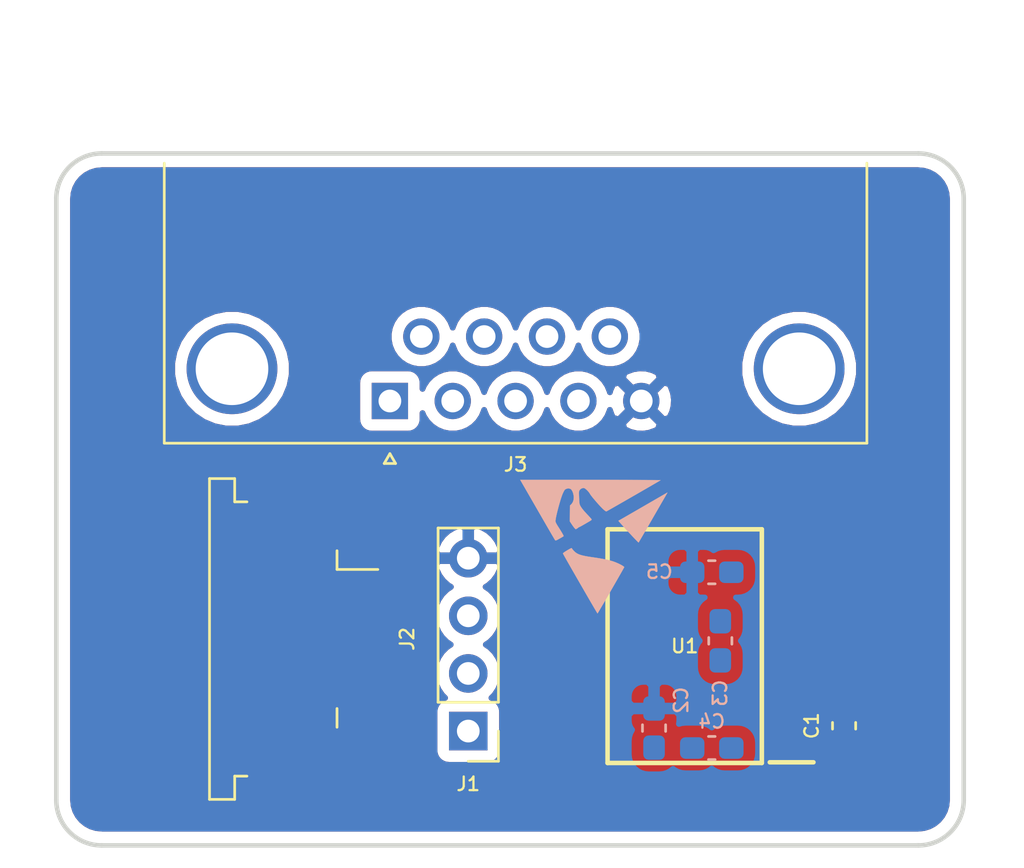
<source format=kicad_pcb>
(kicad_pcb (version 20171130) (host pcbnew 5.1.8-5.fc32)

  (general
    (thickness 1.6)
    (drawings 12)
    (tracks 0)
    (zones 0)
    (modules 10)
    (nets 13)
  )

  (page A4)
  (layers
    (0 F.Cu signal)
    (31 B.Cu signal)
    (32 B.Adhes user)
    (33 F.Adhes user)
    (34 B.Paste user)
    (35 F.Paste user)
    (36 B.SilkS user)
    (37 F.SilkS user)
    (38 B.Mask user)
    (39 F.Mask user)
    (40 Dwgs.User user)
    (41 Cmts.User user)
    (42 Eco1.User user)
    (43 Eco2.User user)
    (44 Edge.Cuts user)
    (45 Margin user)
    (46 B.CrtYd user)
    (47 F.CrtYd user)
    (48 B.Fab user hide)
    (49 F.Fab user hide)
  )

  (setup
    (last_trace_width 0.25)
    (trace_clearance 0.2)
    (zone_clearance 0.508)
    (zone_45_only no)
    (trace_min 0.2)
    (via_size 0.8)
    (via_drill 0.4)
    (via_min_size 0.4)
    (via_min_drill 0.3)
    (uvia_size 0.3)
    (uvia_drill 0.1)
    (uvias_allowed no)
    (uvia_min_size 0.2)
    (uvia_min_drill 0.1)
    (edge_width 0.05)
    (segment_width 0.2)
    (pcb_text_width 0.3)
    (pcb_text_size 1.5 1.5)
    (mod_edge_width 0.12)
    (mod_text_size 1 1)
    (mod_text_width 0.15)
    (pad_size 1.524 1.524)
    (pad_drill 0.762)
    (pad_to_mask_clearance 0)
    (aux_axis_origin 0 0)
    (visible_elements FFFFFF7F)
    (pcbplotparams
      (layerselection 0x010fc_ffffffff)
      (usegerberextensions false)
      (usegerberattributes true)
      (usegerberadvancedattributes true)
      (creategerberjobfile true)
      (excludeedgelayer true)
      (linewidth 0.100000)
      (plotframeref false)
      (viasonmask false)
      (mode 1)
      (useauxorigin false)
      (hpglpennumber 1)
      (hpglpenspeed 20)
      (hpglpendiameter 15.000000)
      (psnegative false)
      (psa4output false)
      (plotreference true)
      (plotvalue true)
      (plotinvisibletext false)
      (padsonsilk false)
      (subtractmaskfromsilk false)
      (outputformat 1)
      (mirror false)
      (drillshape 1)
      (scaleselection 1)
      (outputdirectory ""))
  )

  (net 0 "")
  (net 1 "Net-(C1-Pad2)")
  (net 2 "Net-(C1-Pad1)")
  (net 3 GND)
  (net 4 +5V)
  (net 5 "Net-(C3-Pad2)")
  (net 6 "Net-(C3-Pad1)")
  (net 7 "Net-(C4-Pad2)")
  (net 8 "Net-(C5-Pad2)")
  (net 9 /TTL_TX)
  (net 10 /TTL_RX)
  (net 11 /RS232_RX)
  (net 12 /RS232_TX)

  (net_class Default "This is the default net class."
    (clearance 0.2)
    (trace_width 0.25)
    (via_dia 0.8)
    (via_drill 0.4)
    (uvia_dia 0.3)
    (uvia_drill 0.1)
    (add_net +5V)
    (add_net /RS232_RX)
    (add_net /RS232_TX)
    (add_net /TTL_RX)
    (add_net /TTL_TX)
    (add_net GND)
    (add_net "Net-(C1-Pad1)")
    (add_net "Net-(C1-Pad2)")
    (add_net "Net-(C3-Pad1)")
    (add_net "Net-(C3-Pad2)")
    (add_net "Net-(C4-Pad2)")
    (add_net "Net-(C5-Pad2)")
    (add_net "Net-(J3-Pad1)")
    (add_net "Net-(J3-Pad4)")
    (add_net "Net-(J3-Pad6)")
    (add_net "Net-(J3-Pad7)")
    (add_net "Net-(J3-Pad8)")
    (add_net "Net-(J3-Pad9)")
    (add_net "Net-(U1-Pad10)")
    (add_net "Net-(U1-Pad7)")
    (add_net "Net-(U1-Pad8)")
    (add_net "Net-(U1-Pad9)")
  )

  (module Red_Pro:SOIC127P1032X265-16N (layer F.Cu) (tedit 608AD618) (tstamp 60C93B33)
    (at 115.02644 100.18776 180)
    (descr MAX232EESE+T)
    (tags "Integrated Circuit")
    (path /60C8DE15)
    (attr smd)
    (fp_text reference U1 (at 0 0) (layer F.SilkS)
      (effects (font (size 0.6 0.6) (thickness 0.1)))
    )
    (fp_text value MAX232 (at 0 0) (layer F.SilkS) hide
      (effects (font (size 1.27 1.27) (thickness 0.254)))
    )
    (fp_text user %R (at 0 0) (layer F.Fab)
      (effects (font (size 0.6 0.6) (thickness 0.1)))
    )
    (fp_line (start -5.675 -5.12) (end -3.75 -5.12) (layer F.SilkS) (width 0.2))
    (fp_line (start -3.4 5.15) (end -3.4 -5.15) (layer F.SilkS) (width 0.2))
    (fp_line (start 3.4 5.15) (end -3.4 5.15) (layer F.SilkS) (width 0.2))
    (fp_line (start 3.4 -5.15) (end 3.4 5.15) (layer F.SilkS) (width 0.2))
    (fp_line (start -3.4 -5.15) (end 3.4 -5.15) (layer F.SilkS) (width 0.2))
    (fp_line (start -3.75 -3.88) (end -2.48 -5.15) (layer F.Fab) (width 0.1))
    (fp_line (start -3.75 5.15) (end -3.75 -5.15) (layer F.Fab) (width 0.1))
    (fp_line (start 3.75 5.15) (end -3.75 5.15) (layer F.Fab) (width 0.1))
    (fp_line (start 3.75 -5.15) (end 3.75 5.15) (layer F.Fab) (width 0.1))
    (fp_line (start -3.75 -5.15) (end 3.75 -5.15) (layer F.Fab) (width 0.1))
    (fp_line (start -5.925 5.5) (end -5.925 -5.5) (layer F.CrtYd) (width 0.05))
    (fp_line (start 5.925 5.5) (end -5.925 5.5) (layer F.CrtYd) (width 0.05))
    (fp_line (start 5.925 -5.5) (end 5.925 5.5) (layer F.CrtYd) (width 0.05))
    (fp_line (start -5.925 -5.5) (end 5.925 -5.5) (layer F.CrtYd) (width 0.05))
    (pad 1 smd rect (at -4.712 -4.445 270) (size 0.65 1.925) (layers F.Cu F.Paste F.Mask)
      (net 2 "Net-(C1-Pad1)"))
    (pad 2 smd rect (at -4.712 -3.175 270) (size 0.65 1.925) (layers F.Cu F.Paste F.Mask)
      (net 7 "Net-(C4-Pad2)"))
    (pad 3 smd rect (at -4.712 -1.905 270) (size 0.65 1.925) (layers F.Cu F.Paste F.Mask)
      (net 1 "Net-(C1-Pad2)"))
    (pad 4 smd rect (at -4.712 -0.635 270) (size 0.65 1.925) (layers F.Cu F.Paste F.Mask)
      (net 6 "Net-(C3-Pad1)"))
    (pad 5 smd rect (at -4.712 0.635 270) (size 0.65 1.925) (layers F.Cu F.Paste F.Mask)
      (net 5 "Net-(C3-Pad2)"))
    (pad 6 smd rect (at -4.712 1.905 270) (size 0.65 1.925) (layers F.Cu F.Paste F.Mask)
      (net 8 "Net-(C5-Pad2)"))
    (pad 7 smd rect (at -4.712 3.175 270) (size 0.65 1.925) (layers F.Cu F.Paste F.Mask))
    (pad 8 smd rect (at -4.712 4.445 270) (size 0.65 1.925) (layers F.Cu F.Paste F.Mask))
    (pad 9 smd rect (at 4.712 4.445 270) (size 0.65 1.925) (layers F.Cu F.Paste F.Mask))
    (pad 10 smd rect (at 4.712 3.175 270) (size 0.65 1.925) (layers F.Cu F.Paste F.Mask))
    (pad 11 smd rect (at 4.712 1.905 270) (size 0.65 1.925) (layers F.Cu F.Paste F.Mask)
      (net 9 /TTL_TX))
    (pad 12 smd rect (at 4.712 0.635 270) (size 0.65 1.925) (layers F.Cu F.Paste F.Mask)
      (net 10 /TTL_RX))
    (pad 13 smd rect (at 4.712 -0.635 270) (size 0.65 1.925) (layers F.Cu F.Paste F.Mask)
      (net 11 /RS232_RX))
    (pad 14 smd rect (at 4.712 -1.905 270) (size 0.65 1.925) (layers F.Cu F.Paste F.Mask)
      (net 12 /RS232_TX))
    (pad 15 smd rect (at 4.712 -3.175 270) (size 0.65 1.925) (layers F.Cu F.Paste F.Mask)
      (net 3 GND))
    (pad 16 smd rect (at 4.712 -4.445 270) (size 0.65 1.925) (layers F.Cu F.Paste F.Mask)
      (net 4 +5V))
    (model /home/yangyongsheng/Downloads/MAX232EESE+T/3D/MAX232EESE+T.stp
      (at (xyz 0 0 0))
      (scale (xyz 1 1 1))
      (rotate (xyz 0 0 0))
    )
  )

  (module Symbol:ESD-Logo_6.6x6mm_SilkScreen (layer B.Cu) (tedit 0) (tstamp 60C937F9)
    (at 111.02848 95.81896)
    (descr "Electrostatic discharge Logo")
    (tags "Logo ESD")
    (path /60CCE324)
    (attr virtual)
    (fp_text reference SYM1 (at 0 0) (layer B.SilkS) hide
      (effects (font (size 0.6 0.6) (thickness 0.1)) (justify mirror))
    )
    (fp_text value SYM_ESD_Small (at 0.75 0) (layer B.Fab) hide
      (effects (font (size 1 1) (thickness 0.15)) (justify mirror))
    )
    (fp_poly (pts (xy -1.677906 -0.291158) (xy -1.645381 -0.303736) (xy -1.595807 -0.328712) (xy -1.524626 -0.367876)
      (xy -1.519084 -0.370988) (xy -1.453526 -0.408476) (xy -1.398202 -0.441319) (xy -1.358545 -0.466205)
      (xy -1.339988 -0.47982) (xy -1.339469 -0.480487) (xy -1.343952 -0.49939) (xy -1.364514 -0.541605)
      (xy -1.399817 -0.604832) (xy -1.44852 -0.686772) (xy -1.509282 -0.785122) (xy -1.580764 -0.897585)
      (xy -1.598555 -0.925165) (xy -1.644907 -1.001699) (xy -1.678658 -1.067556) (xy -1.696847 -1.116782)
      (xy -1.698714 -1.126507) (xy -1.697885 -1.169312) (xy -1.688606 -1.237209) (xy -1.672032 -1.325843)
      (xy -1.64932 -1.430859) (xy -1.621627 -1.547902) (xy -1.59011 -1.672616) (xy -1.555925 -1.800645)
      (xy -1.520229 -1.927634) (xy -1.484179 -2.049228) (xy -1.448932 -2.161072) (xy -1.415644 -2.25881)
      (xy -1.385472 -2.338087) (xy -1.364439 -2.385122) (xy -1.339663 -2.435225) (xy -1.31627 -2.483168)
      (xy -1.315003 -2.485793) (xy -1.276301 -2.53422) (xy -1.219816 -2.566828) (xy -1.154061 -2.582454)
      (xy -1.087549 -2.579937) (xy -1.028795 -2.558114) (xy -0.995742 -2.529382) (xy -0.948141 -2.450583)
      (xy -0.913261 -2.352378) (xy -0.894123 -2.244779) (xy -0.891412 -2.18378) (xy -0.90233 -2.069935)
      (xy -0.934376 -1.97566) (xy -0.989274 -1.896379) (xy -1.006393 -1.878733) (xy -1.057339 -1.829235)
      (xy -1.060837 -1.479362) (xy -1.064336 -1.129489) (xy -0.975182 -0.994531) (xy -0.933346 -0.933445)
      (xy -0.893055 -0.878493) (xy -0.860057 -0.837336) (xy -0.845874 -0.822192) (xy -0.805719 -0.78481)
      (xy -0.751335 -0.814098) (xy -0.716961 -0.835084) (xy -0.698154 -0.851378) (xy -0.696951 -0.854307)
      (xy -0.684097 -0.866728) (xy -0.662104 -0.875977) (xy -0.64085 -0.884313) (xy -0.608306 -0.900149)
      (xy -0.561678 -0.925033) (xy -0.498171 -0.960509) (xy -0.414992 -1.008123) (xy -0.309347 -1.069422)
      (xy -0.251938 -1.102932) (xy -0.184406 -1.143071) (xy -0.140115 -1.171659) (xy -0.115145 -1.192039)
      (xy -0.105577 -1.207553) (xy -0.107492 -1.221546) (xy -0.109089 -1.224796) (xy -0.124624 -1.245266)
      (xy -0.157864 -1.283665) (xy -0.204938 -1.335696) (xy -0.261972 -1.397066) (xy -0.3113 -1.44909)
      (xy -0.42497 -1.572567) (xy -0.513895 -1.679591) (xy -0.578866 -1.77124) (xy -0.620679 -1.848588)
      (xy -0.634783 -1.887866) (xy -0.640608 -1.922249) (xy -0.646625 -1.980899) (xy -0.652304 -2.057117)
      (xy -0.657116 -2.144202) (xy -0.659381 -2.199268) (xy -0.662541 -2.294464) (xy -0.663931 -2.364062)
      (xy -0.663142 -2.413409) (xy -0.659765 -2.447854) (xy -0.653392 -2.472743) (xy -0.643613 -2.493425)
      (xy -0.635933 -2.506053) (xy -0.591579 -2.554726) (xy -0.534426 -2.588645) (xy -0.474292 -2.603438)
      (xy -0.429227 -2.598086) (xy -0.388424 -2.57493) (xy -0.337276 -2.533462) (xy -0.282958 -2.480912)
      (xy -0.232643 -2.424516) (xy -0.193506 -2.371505) (xy -0.179095 -2.345889) (xy -0.157509 -2.310814)
      (xy -0.118247 -2.257389) (xy -0.064898 -2.189789) (xy -0.001048 -2.11219) (xy 0.069715 -2.028768)
      (xy 0.143804 -1.943698) (xy 0.217632 -1.861155) (xy 0.287611 -1.785316) (xy 0.350155 -1.720356)
      (xy 0.39926 -1.672669) (xy 0.453779 -1.625032) (xy 0.499642 -1.589908) (xy 0.531811 -1.570949)
      (xy 0.542489 -1.568864) (xy 0.558853 -1.577274) (xy 0.599671 -1.599846) (xy 0.662586 -1.635224)
      (xy 0.745244 -1.682054) (xy 0.845289 -1.738981) (xy 0.960366 -1.804649) (xy 1.088119 -1.877703)
      (xy 1.226194 -1.956788) (xy 1.372234 -2.040548) (xy 1.523884 -2.127629) (xy 1.67879 -2.216676)
      (xy 1.834595 -2.306332) (xy 1.988944 -2.395243) (xy 2.139482 -2.482054) (xy 2.283854 -2.565409)
      (xy 2.419704 -2.643954) (xy 2.544677 -2.716333) (xy 2.656417 -2.78119) (xy 2.75257 -2.837171)
      (xy 2.830779 -2.88292) (xy 2.888689 -2.917083) (xy 2.923946 -2.938304) (xy 2.934165 -2.944963)
      (xy 2.920402 -2.94628) (xy 2.877104 -2.947559) (xy 2.805714 -2.948796) (xy 2.707673 -2.949983)
      (xy 2.584422 -2.951115) (xy 2.437403 -2.952186) (xy 2.268057 -2.953189) (xy 2.077826 -2.954119)
      (xy 1.868151 -2.954968) (xy 1.640473 -2.955732) (xy 1.396235 -2.956403) (xy 1.136877 -2.956976)
      (xy 0.863841 -2.957444) (xy 0.578568 -2.957802) (xy 0.2825 -2.958042) (xy -0.022921 -2.958159)
      (xy -0.151076 -2.958171) (xy -3.25103 -2.958171) (xy -3.029947 -2.574847) (xy -2.983144 -2.49368)
      (xy -2.922898 -2.389166) (xy -2.851222 -2.264801) (xy -2.770131 -2.124082) (xy -2.681638 -1.970503)
      (xy -2.58776 -1.807562) (xy -2.490509 -1.638754) (xy -2.3919 -1.467575) (xy -2.293947 -1.297521)
      (xy -2.269175 -1.254512) (xy -2.178848 -1.097857) (xy -2.092711 -0.948803) (xy -2.012058 -0.809568)
      (xy -1.938184 -0.682371) (xy -1.872383 -0.569432) (xy -1.81595 -0.472968) (xy -1.770179 -0.3952)
      (xy -1.736365 -0.338346) (xy -1.715802 -0.304625) (xy -1.710047 -0.29604) (xy -1.697942 -0.289189)
      (xy -1.677906 -0.291158)) (layer B.SilkS) (width 0.01))
    (fp_poly (pts (xy 1.987528 -0.234619) (xy 1.998908 -0.253693) (xy 2.024488 -0.297421) (xy 2.063002 -0.363619)
      (xy 2.113186 -0.450102) (xy 2.173775 -0.554685) (xy 2.243503 -0.675183) (xy 2.321107 -0.809412)
      (xy 2.40532 -0.955187) (xy 2.494879 -1.110323) (xy 2.586998 -1.27) (xy 2.681076 -1.433117)
      (xy 2.771402 -1.589709) (xy 2.856665 -1.737506) (xy 2.935557 -1.87424) (xy 3.006769 -1.997642)
      (xy 3.068991 -2.105444) (xy 3.120913 -2.195377) (xy 3.161228 -2.265173) (xy 3.188624 -2.312564)
      (xy 3.201507 -2.334786) (xy 3.222507 -2.37233) (xy 3.233925 -2.395831) (xy 3.234551 -2.39992)
      (xy 3.220636 -2.392242) (xy 3.181941 -2.370203) (xy 3.120487 -2.334971) (xy 3.038298 -2.287711)
      (xy 2.937396 -2.229589) (xy 2.819805 -2.161771) (xy 2.687546 -2.085424) (xy 2.542642 -2.001714)
      (xy 2.387117 -1.911806) (xy 2.222992 -1.816867) (xy 2.160549 -1.780732) (xy 1.993487 -1.684083)
      (xy 1.834074 -1.591938) (xy 1.684355 -1.505475) (xy 1.546376 -1.425871) (xy 1.422185 -1.354305)
      (xy 1.313827 -1.291955) (xy 1.223348 -1.239998) (xy 1.152796 -1.199613) (xy 1.104215 -1.171978)
      (xy 1.079654 -1.158272) (xy 1.077085 -1.156974) (xy 1.084569 -1.14522) (xy 1.110614 -1.113795)
      (xy 1.152559 -1.065594) (xy 1.207746 -1.00351) (xy 1.273517 -0.930439) (xy 1.347212 -0.849276)
      (xy 1.426173 -0.762916) (xy 1.50774 -0.674253) (xy 1.589254 -0.586182) (xy 1.668057 -0.501599)
      (xy 1.74149 -0.423397) (xy 1.806893 -0.354472) (xy 1.861608 -0.297719) (xy 1.902977 -0.256032)
      (xy 1.917164 -0.242363) (xy 1.96418 -0.198201) (xy 1.987528 -0.234619)) (layer B.SilkS) (width 0.01))
    (fp_poly (pts (xy 0.164043 2.914165) (xy 0.187065 2.876755) (xy 0.222534 2.817486) (xy 0.268996 2.738882)
      (xy 0.324996 2.643462) (xy 0.389081 2.53375) (xy 0.459796 2.412266) (xy 0.535687 2.281532)
      (xy 0.615299 2.14407) (xy 0.697178 2.002402) (xy 0.77987 1.859049) (xy 0.861921 1.716533)
      (xy 0.941876 1.577376) (xy 1.018281 1.444099) (xy 1.089682 1.319224) (xy 1.154624 1.205273)
      (xy 1.211653 1.104767) (xy 1.259315 1.020228) (xy 1.296155 0.954178) (xy 1.32072 0.909138)
      (xy 1.331554 0.88763) (xy 1.331951 0.886286) (xy 1.318501 0.868035) (xy 1.281114 0.840118)
      (xy 1.224235 0.805275) (xy 1.152312 0.766246) (xy 1.077015 0.729157) (xy 0.97456 0.684183)
      (xy 0.866817 0.643774) (xy 0.750073 0.607031) (xy 0.620618 0.573058) (xy 0.47474 0.540956)
      (xy 0.308726 0.509827) (xy 0.118866 0.478773) (xy -0.077531 0.449855) (xy -0.248166 0.4242)
      (xy -0.391455 0.398802) (xy -0.510992 0.372398) (xy -0.61037 0.343727) (xy -0.693182 0.311527)
      (xy -0.763022 0.274535) (xy -0.823482 0.231488) (xy -0.878155 0.181125) (xy -0.895786 0.162417)
      (xy -0.934 0.118861) (xy -0.962268 0.083318) (xy -0.975382 0.062417) (xy -0.975732 0.060703)
      (xy -0.98032 0.050194) (xy -0.996242 0.050076) (xy -1.026734 0.061746) (xy -1.075032 0.086604)
      (xy -1.144373 0.126048) (xy -1.192561 0.154413) (xy -1.264417 0.198753) (xy -1.320258 0.236721)
      (xy -1.356333 0.265584) (xy -1.368887 0.282612) (xy -1.368879 0.282736) (xy -1.361094 0.298963)
      (xy -1.339108 0.3396) (xy -1.304197 0.402433) (xy -1.257637 0.485248) (xy -1.200705 0.585828)
      (xy -1.134677 0.70196) (xy -1.060828 0.831429) (xy -0.980436 0.97202) (xy -0.894776 1.121518)
      (xy -0.805124 1.277708) (xy -0.712757 1.438376) (xy -0.618951 1.601307) (xy -0.524982 1.764287)
      (xy -0.432126 1.9251) (xy -0.34166 2.081532) (xy -0.254859 2.231367) (xy -0.173 2.372392)
      (xy -0.097359 2.502391) (xy -0.029213 2.619151) (xy 0.030163 2.720455) (xy 0.079493 2.804089)
      (xy 0.1175 2.867838) (xy 0.142907 2.909489) (xy 0.15444 2.926825) (xy 0.154923 2.927195)
      (xy 0.164043 2.914165)) (layer B.SilkS) (width 0.01))
  )

  (module Connector_Dsub:DSUB-9_Female_Horizontal_P2.77x2.84mm_EdgePinOffset7.70mm_Housed_MountingHolesOffset9.12mm (layer F.Cu) (tedit 59FEDEE2) (tstamp 60C937F2)
    (at 102.0318 89.3826 180)
    (descr "9-pin D-Sub connector, horizontal/angled (90 deg), THT-mount, female, pitch 2.77x2.84mm, pin-PCB-offset 7.699999999999999mm, distance of mounting holes 25mm, distance of mounting holes to PCB edge 9.12mm, see https://disti-assets.s3.amazonaws.com/tonar/files/datasheets/16730.pdf")
    (tags "9-pin D-Sub connector horizontal angled 90deg THT female pitch 2.77x2.84mm pin-PCB-offset 7.699999999999999mm mounting-holes-distance 25mm mounting-hole-offset 25mm")
    (path /60CA346A)
    (fp_text reference J3 (at -5.54 -2.8) (layer F.SilkS)
      (effects (font (size 0.6 0.6) (thickness 0.1)))
    )
    (fp_text value DB9_Female (at -5.54 18.61) (layer F.Fab)
      (effects (font (size 1 1) (thickness 0.15)))
    )
    (fp_text user %R (at -5.54 14.025) (layer F.Fab)
      (effects (font (size 0.6 0.6) (thickness 0.1)))
    )
    (fp_arc (start 6.96 1.42) (end 5.36 1.42) (angle 180) (layer F.Fab) (width 0.1))
    (fp_arc (start -18.04 1.42) (end -19.64 1.42) (angle 180) (layer F.Fab) (width 0.1))
    (fp_line (start -20.965 -1.8) (end -20.965 10.54) (layer F.Fab) (width 0.1))
    (fp_line (start -20.965 10.54) (end 9.885 10.54) (layer F.Fab) (width 0.1))
    (fp_line (start 9.885 10.54) (end 9.885 -1.8) (layer F.Fab) (width 0.1))
    (fp_line (start 9.885 -1.8) (end -20.965 -1.8) (layer F.Fab) (width 0.1))
    (fp_line (start -20.965 10.54) (end -20.965 10.94) (layer F.Fab) (width 0.1))
    (fp_line (start -20.965 10.94) (end 9.885 10.94) (layer F.Fab) (width 0.1))
    (fp_line (start 9.885 10.94) (end 9.885 10.54) (layer F.Fab) (width 0.1))
    (fp_line (start 9.885 10.54) (end -20.965 10.54) (layer F.Fab) (width 0.1))
    (fp_line (start -13.69 10.94) (end -13.69 17.11) (layer F.Fab) (width 0.1))
    (fp_line (start -13.69 17.11) (end 2.61 17.11) (layer F.Fab) (width 0.1))
    (fp_line (start 2.61 17.11) (end 2.61 10.94) (layer F.Fab) (width 0.1))
    (fp_line (start 2.61 10.94) (end -13.69 10.94) (layer F.Fab) (width 0.1))
    (fp_line (start -20.54 10.94) (end -20.54 15.94) (layer F.Fab) (width 0.1))
    (fp_line (start -20.54 15.94) (end -15.54 15.94) (layer F.Fab) (width 0.1))
    (fp_line (start -15.54 15.94) (end -15.54 10.94) (layer F.Fab) (width 0.1))
    (fp_line (start -15.54 10.94) (end -20.54 10.94) (layer F.Fab) (width 0.1))
    (fp_line (start 4.46 10.94) (end 4.46 15.94) (layer F.Fab) (width 0.1))
    (fp_line (start 4.46 15.94) (end 9.46 15.94) (layer F.Fab) (width 0.1))
    (fp_line (start 9.46 15.94) (end 9.46 10.94) (layer F.Fab) (width 0.1))
    (fp_line (start 9.46 10.94) (end 4.46 10.94) (layer F.Fab) (width 0.1))
    (fp_line (start -19.64 10.54) (end -19.64 1.42) (layer F.Fab) (width 0.1))
    (fp_line (start -16.44 10.54) (end -16.44 1.42) (layer F.Fab) (width 0.1))
    (fp_line (start 5.36 10.54) (end 5.36 1.42) (layer F.Fab) (width 0.1))
    (fp_line (start 8.56 10.54) (end 8.56 1.42) (layer F.Fab) (width 0.1))
    (fp_line (start -21.025 10.48) (end -21.025 -1.86) (layer F.SilkS) (width 0.12))
    (fp_line (start -21.025 -1.86) (end 9.945 -1.86) (layer F.SilkS) (width 0.12))
    (fp_line (start 9.945 -1.86) (end 9.945 10.48) (layer F.SilkS) (width 0.12))
    (fp_line (start -0.25 -2.754338) (end 0.25 -2.754338) (layer F.SilkS) (width 0.12))
    (fp_line (start 0.25 -2.754338) (end 0 -2.321325) (layer F.SilkS) (width 0.12))
    (fp_line (start 0 -2.321325) (end -0.25 -2.754338) (layer F.SilkS) (width 0.12))
    (fp_line (start -21.5 -2.35) (end -21.5 17.65) (layer F.CrtYd) (width 0.05))
    (fp_line (start -21.5 17.65) (end 10.4 17.65) (layer F.CrtYd) (width 0.05))
    (fp_line (start 10.4 17.65) (end 10.4 -2.35) (layer F.CrtYd) (width 0.05))
    (fp_line (start 10.4 -2.35) (end -21.5 -2.35) (layer F.CrtYd) (width 0.05))
    (pad 0 thru_hole circle (at 6.96 1.42 180) (size 4 4) (drill 3.2) (layers *.Cu *.Mask))
    (pad 0 thru_hole circle (at -18.04 1.42 180) (size 4 4) (drill 3.2) (layers *.Cu *.Mask))
    (pad 9 thru_hole circle (at -9.695 2.84 180) (size 1.6 1.6) (drill 1) (layers *.Cu *.Mask))
    (pad 8 thru_hole circle (at -6.925 2.84 180) (size 1.6 1.6) (drill 1) (layers *.Cu *.Mask))
    (pad 7 thru_hole circle (at -4.155 2.84 180) (size 1.6 1.6) (drill 1) (layers *.Cu *.Mask))
    (pad 6 thru_hole circle (at -1.385 2.84 180) (size 1.6 1.6) (drill 1) (layers *.Cu *.Mask))
    (pad 5 thru_hole circle (at -11.08 0 180) (size 1.6 1.6) (drill 1) (layers *.Cu *.Mask)
      (net 3 GND))
    (pad 4 thru_hole circle (at -8.31 0 180) (size 1.6 1.6) (drill 1) (layers *.Cu *.Mask))
    (pad 3 thru_hole circle (at -5.54 0 180) (size 1.6 1.6) (drill 1) (layers *.Cu *.Mask)
      (net 11 /RS232_RX))
    (pad 2 thru_hole circle (at -2.77 0 180) (size 1.6 1.6) (drill 1) (layers *.Cu *.Mask)
      (net 12 /RS232_TX))
    (pad 1 thru_hole rect (at 0 0 180) (size 1.6 1.6) (drill 1) (layers *.Cu *.Mask))
    (model ${KISYS3DMOD}/Connector_Dsub.3dshapes/DSUB-9_Female_Horizontal_P2.77x2.84mm_EdgePinOffset7.70mm_Housed_MountingHolesOffset9.12mm.wrl
      (at (xyz 0 0 0))
      (scale (xyz 1 1 1))
      (rotate (xyz 0 0 0))
    )
  )

  (module Red_Pro:TE_84952-6_1x06-1MP_P1.0mm_Horizontal (layer F.Cu) (tedit 60BE40B6) (tstamp 60C937BE)
    (at 98.79076 99.8728 270)
    (descr "TE FPC connector, 06 bottom-side contacts, 1.0mm pitch, 1.0mm height, SMT, http://www.te.com/commerce/DocumentDelivery/DDEController?Action=srchrtrv&DocNm=84952&DocType=Customer+Drawing&DocLang=English&DocFormat=pdf&PartCntxt=84952-4")
    (tags "te fpc 84952")
    (path /60CB3FE0)
    (attr smd)
    (fp_text reference J2 (at 0 -4 90) (layer F.SilkS)
      (effects (font (size 0.6 0.6) (thickness 0.1)))
    )
    (fp_text value Conn_01x06_Female (at 0 7.7 90) (layer F.Fab)
      (effects (font (size 1 1) (thickness 0.15)))
    )
    (fp_text user %R (at 0 1.9 90) (layer F.Fab)
      (effects (font (size 0.6 0.6) (thickness 0.1)))
    )
    (fp_line (start 7.46 -3.3) (end -7.46 -3.3) (layer F.CrtYd) (width 0.05))
    (fp_line (start 7.46 7) (end 7.46 -3.3) (layer F.CrtYd) (width 0.05))
    (fp_line (start -7.46 7) (end 7.46 7) (layer F.CrtYd) (width 0.05))
    (fp_line (start -7.46 -3.3) (end -7.46 7) (layer F.CrtYd) (width 0.05))
    (fp_line (start 3.065 -0.91) (end 3.89 -0.91) (layer F.SilkS) (width 0.12))
    (fp_line (start -3.065 -0.91) (end -3.065 -2.71) (layer F.SilkS) (width 0.12))
    (fp_line (start -3.89 -0.91) (end -3.065 -0.91) (layer F.SilkS) (width 0.12))
    (fp_line (start -6.045 3.6) (end -6.045 3.06) (layer F.SilkS) (width 0.12))
    (fp_line (start -7.07 3.6) (end -6.045 3.6) (layer F.SilkS) (width 0.12))
    (fp_line (start -7.07 4.71) (end -7.07 3.6) (layer F.SilkS) (width 0.12))
    (fp_line (start 7.07 4.71) (end -7.07 4.71) (layer F.SilkS) (width 0.12))
    (fp_line (start 7.07 3.6) (end 7.07 4.71) (layer F.SilkS) (width 0.12))
    (fp_line (start 6.045 3.6) (end 7.07 3.6) (layer F.SilkS) (width 0.12))
    (fp_line (start 6.045 3.06) (end 6.045 3.6) (layer F.SilkS) (width 0.12))
    (fp_line (start -5.935 5.61) (end -5.935 4.6) (layer F.Fab) (width 0.1))
    (fp_line (start -6.96 5.61) (end -5.935 5.61) (layer F.Fab) (width 0.1))
    (fp_line (start -6.96 6.5) (end -6.96 5.61) (layer F.Fab) (width 0.1))
    (fp_line (start 6.96 6.5) (end -6.96 6.5) (layer F.Fab) (width 0.1))
    (fp_line (start 6.96 5.61) (end 6.96 6.5) (layer F.Fab) (width 0.1))
    (fp_line (start 5.935 5.61) (end 6.96 5.61) (layer F.Fab) (width 0.1))
    (fp_line (start 5.935 4.6) (end 5.935 5.61) (layer F.Fab) (width 0.1))
    (fp_line (start -2.5 0.2) (end -2 -0.8) (layer F.Fab) (width 0.1))
    (fp_line (start -3 -0.8) (end -2.5 0.2) (layer F.Fab) (width 0.1))
    (fp_line (start -5.935 3.71) (end -5.935 -0.8) (layer F.Fab) (width 0.1))
    (fp_line (start -6.96 3.71) (end -5.935 3.71) (layer F.Fab) (width 0.1))
    (fp_line (start -6.96 4.6) (end -6.96 3.71) (layer F.Fab) (width 0.1))
    (fp_line (start 6.96 4.6) (end -6.96 4.6) (layer F.Fab) (width 0.1))
    (fp_line (start 6.96 3.71) (end 6.96 4.6) (layer F.Fab) (width 0.1))
    (fp_line (start 5.935 3.71) (end 6.96 3.71) (layer F.Fab) (width 0.1))
    (fp_line (start 5.935 -0.8) (end 5.935 3.71) (layer F.Fab) (width 0.1))
    (fp_line (start -5.935 -0.8) (end 5.935 -0.8) (layer F.Fab) (width 0.1))
    (pad MP smd rect (at 5.49 1 270) (size 2.68 3.6) (layers F.Cu F.Paste F.Mask))
    (pad MP smd rect (at -5.49 1 270) (size 2.68 3.6) (layers F.Cu F.Paste F.Mask))
    (pad 6 smd rect (at 2.5 -1.8 270) (size 0.61 2) (layers F.Cu F.Paste F.Mask)
      (net 4 +5V))
    (pad 5 smd rect (at 1.5 -1.8 270) (size 0.61 2) (layers F.Cu F.Paste F.Mask)
      (net 4 +5V))
    (pad 4 smd rect (at 0.5 -1.8 270) (size 0.61 2) (layers F.Cu F.Paste F.Mask)
      (net 10 /TTL_RX))
    (pad 3 smd rect (at -0.5 -1.8 270) (size 0.61 2) (layers F.Cu F.Paste F.Mask)
      (net 9 /TTL_TX))
    (pad 2 smd rect (at -1.5 -1.8 270) (size 0.61 2) (layers F.Cu F.Paste F.Mask)
      (net 3 GND))
    (pad 1 smd rect (at -2.5 -1.8 270) (size 0.61 2) (layers F.Cu F.Paste F.Mask)
      (net 3 GND))
    (model ${KISYS3DMOD}/Connector_FFC-FPC.3dshapes/TE_84952-6_1x06-1MP_P1.0mm_Horizontal.wrl
      (at (xyz 0 0 0))
      (scale (xyz 1 1 1))
      (rotate (xyz 0 0 0))
    )
    (model /home/yangyongsheng/Projects/redtwo4usb2uart/hardware/52207-0660.stp
      (offset (xyz 0 -2.3 1.5))
      (scale (xyz 1 1 1))
      (rotate (xyz -90 0 0))
    )
  )

  (module Red_Pro:PinHeader_1x04_P2.54mm_Vertical (layer F.Cu) (tedit 60C8D56A) (tstamp 60C93792)
    (at 105.4862 103.93172 180)
    (descr "Through hole straight pin header, 1x04, 2.54mm pitch, single row")
    (tags "Through hole pin header THT 1x04 2.54mm single row")
    (path /60CBEF64)
    (fp_text reference J1 (at 0 -2.33) (layer F.SilkS)
      (effects (font (size 0.6 0.6) (thickness 0.1)))
    )
    (fp_text value Conn_01x04_Female (at 0 9.95) (layer F.Fab)
      (effects (font (size 1 1) (thickness 0.15)))
    )
    (fp_text user %R (at 0 3.81 90) (layer F.Fab)
      (effects (font (size 0.6 0.6) (thickness 0.1)))
    )
    (fp_line (start 1.8 -1.8) (end -1.8 -1.8) (layer F.CrtYd) (width 0.05))
    (fp_line (start 1.8 9.4) (end 1.8 -1.8) (layer F.CrtYd) (width 0.05))
    (fp_line (start -1.8 9.4) (end 1.8 9.4) (layer F.CrtYd) (width 0.05))
    (fp_line (start -1.8 -1.8) (end -1.8 9.4) (layer F.CrtYd) (width 0.05))
    (fp_line (start -1.33 -1.33) (end 0 -1.33) (layer F.SilkS) (width 0.12))
    (fp_line (start -1.33 0) (end -1.33 -1.33) (layer F.SilkS) (width 0.12))
    (fp_line (start -1.33 1.27) (end 1.33 1.27) (layer F.SilkS) (width 0.12))
    (fp_line (start 1.33 1.27) (end 1.33 8.95) (layer F.SilkS) (width 0.12))
    (fp_line (start -1.33 1.27) (end -1.33 8.95) (layer F.SilkS) (width 0.12))
    (fp_line (start -1.33 8.95) (end 1.33 8.95) (layer F.SilkS) (width 0.12))
    (fp_line (start -1.27 -0.635) (end -0.635 -1.27) (layer F.Fab) (width 0.1))
    (fp_line (start -1.27 8.89) (end -1.27 -0.635) (layer F.Fab) (width 0.1))
    (fp_line (start 1.27 8.89) (end -1.27 8.89) (layer F.Fab) (width 0.1))
    (fp_line (start 1.27 -1.27) (end 1.27 8.89) (layer F.Fab) (width 0.1))
    (fp_line (start -0.635 -1.27) (end 1.27 -1.27) (layer F.Fab) (width 0.1))
    (pad 4 thru_hole oval (at 0 7.62 180) (size 1.7 1.7) (drill 1) (layers *.Cu *.Mask)
      (net 3 GND))
    (pad 3 thru_hole oval (at 0 5.08 180) (size 1.7 1.7) (drill 1) (layers *.Cu *.Mask)
      (net 9 /TTL_TX))
    (pad 2 thru_hole oval (at 0 2.54 180) (size 1.7 1.7) (drill 1) (layers *.Cu *.Mask)
      (net 10 /TTL_RX))
    (pad 1 thru_hole rect (at 0 0 180) (size 1.7 1.7) (drill 1) (layers *.Cu *.Mask)
      (net 4 +5V))
    (model ${KISYS3DMOD}/Connector_PinHeader_2.54mm.3dshapes/PinHeader_1x04_P2.54mm_Vertical.wrl
      (at (xyz 0 0 0))
      (scale (xyz 1 1 1))
      (rotate (xyz 0 0 0))
    )
    (model /home/yangyongsheng/Projects/redtwo4usb2uart/hardware/MTMM-101-06-S-S-200.stp
      (at (xyz 0 0 0))
      (scale (xyz 1 1 1))
      (rotate (xyz -90 0 0))
    )
    (model /home/yangyongsheng/Projects/redtwo4usb2uart/hardware/MTMM-101-06-S-S-200.stp
      (offset (xyz 0 -2.54 0))
      (scale (xyz 1 1 1))
      (rotate (xyz -90 0 0))
    )
    (model /home/yangyongsheng/Projects/redtwo4usb2uart/hardware/MTMM-101-06-S-S-200.stp
      (offset (xyz 0 -5.08 0))
      (scale (xyz 1 1 1))
      (rotate (xyz -90 0 0))
    )
    (model /home/yangyongsheng/Projects/redtwo4usb2uart/hardware/MTMM-101-06-S-S-200.stp
      (offset (xyz 0 -7.62 0))
      (scale (xyz 1 1 1))
      (rotate (xyz -90 0 0))
    )
  )

  (module Capacitor_SMD:C_0603_1608Metric_Pad1.08x0.95mm_HandSolder (layer B.Cu) (tedit 5F68FEEF) (tstamp 60C9377A)
    (at 116.22024 96.93148)
    (descr "Capacitor SMD 0603 (1608 Metric), square (rectangular) end terminal, IPC_7351 nominal with elongated pad for handsoldering. (Body size source: IPC-SM-782 page 76, https://www.pcb-3d.com/wordpress/wp-content/uploads/ipc-sm-782a_amendment_1_and_2.pdf), generated with kicad-footprint-generator")
    (tags "capacitor handsolder")
    (path /60C9A45B)
    (attr smd)
    (fp_text reference C5 (at -2.3114 -0.02032) (layer B.SilkS)
      (effects (font (size 0.6 0.6) (thickness 0.1)) (justify mirror))
    )
    (fp_text value 0.1u (at 0 -1.43) (layer B.Fab)
      (effects (font (size 1 1) (thickness 0.15)) (justify mirror))
    )
    (fp_text user %R (at 0 0) (layer B.Fab)
      (effects (font (size 0.6 0.6) (thickness 0.1)) (justify mirror))
    )
    (fp_line (start -0.8 -0.4) (end -0.8 0.4) (layer B.Fab) (width 0.1))
    (fp_line (start -0.8 0.4) (end 0.8 0.4) (layer B.Fab) (width 0.1))
    (fp_line (start 0.8 0.4) (end 0.8 -0.4) (layer B.Fab) (width 0.1))
    (fp_line (start 0.8 -0.4) (end -0.8 -0.4) (layer B.Fab) (width 0.1))
    (fp_line (start -0.146267 0.51) (end 0.146267 0.51) (layer B.SilkS) (width 0.12))
    (fp_line (start -0.146267 -0.51) (end 0.146267 -0.51) (layer B.SilkS) (width 0.12))
    (fp_line (start -1.65 -0.73) (end -1.65 0.73) (layer B.CrtYd) (width 0.05))
    (fp_line (start -1.65 0.73) (end 1.65 0.73) (layer B.CrtYd) (width 0.05))
    (fp_line (start 1.65 0.73) (end 1.65 -0.73) (layer B.CrtYd) (width 0.05))
    (fp_line (start 1.65 -0.73) (end -1.65 -0.73) (layer B.CrtYd) (width 0.05))
    (pad 2 smd roundrect (at 0.8625 0) (size 1.075 0.95) (layers B.Cu B.Paste B.Mask) (roundrect_rratio 0.25)
      (net 8 "Net-(C5-Pad2)"))
    (pad 1 smd roundrect (at -0.8625 0) (size 1.075 0.95) (layers B.Cu B.Paste B.Mask) (roundrect_rratio 0.25)
      (net 3 GND))
    (model ${KISYS3DMOD}/Capacitor_SMD.3dshapes/C_0603_1608Metric.wrl
      (at (xyz 0 0 0))
      (scale (xyz 1 1 1))
      (rotate (xyz 0 0 0))
    )
  )

  (module Capacitor_SMD:C_0603_1608Metric_Pad1.08x0.95mm_HandSolder (layer B.Cu) (tedit 5F68FEEF) (tstamp 60C93769)
    (at 116.22024 104.67848)
    (descr "Capacitor SMD 0603 (1608 Metric), square (rectangular) end terminal, IPC_7351 nominal with elongated pad for handsoldering. (Body size source: IPC-SM-782 page 76, https://www.pcb-3d.com/wordpress/wp-content/uploads/ipc-sm-782a_amendment_1_and_2.pdf), generated with kicad-footprint-generator")
    (tags "capacitor handsolder")
    (path /60C90930)
    (attr smd)
    (fp_text reference C4 (at 0 -1.1684) (layer B.SilkS)
      (effects (font (size 0.6 0.6) (thickness 0.1)) (justify mirror))
    )
    (fp_text value 0.1u (at 0 -1.43) (layer B.Fab)
      (effects (font (size 1 1) (thickness 0.15)) (justify mirror))
    )
    (fp_text user %R (at 0 0) (layer B.Fab)
      (effects (font (size 0.6 0.6) (thickness 0.1)) (justify mirror))
    )
    (fp_line (start -0.8 -0.4) (end -0.8 0.4) (layer B.Fab) (width 0.1))
    (fp_line (start -0.8 0.4) (end 0.8 0.4) (layer B.Fab) (width 0.1))
    (fp_line (start 0.8 0.4) (end 0.8 -0.4) (layer B.Fab) (width 0.1))
    (fp_line (start 0.8 -0.4) (end -0.8 -0.4) (layer B.Fab) (width 0.1))
    (fp_line (start -0.146267 0.51) (end 0.146267 0.51) (layer B.SilkS) (width 0.12))
    (fp_line (start -0.146267 -0.51) (end 0.146267 -0.51) (layer B.SilkS) (width 0.12))
    (fp_line (start -1.65 -0.73) (end -1.65 0.73) (layer B.CrtYd) (width 0.05))
    (fp_line (start -1.65 0.73) (end 1.65 0.73) (layer B.CrtYd) (width 0.05))
    (fp_line (start 1.65 0.73) (end 1.65 -0.73) (layer B.CrtYd) (width 0.05))
    (fp_line (start 1.65 -0.73) (end -1.65 -0.73) (layer B.CrtYd) (width 0.05))
    (pad 2 smd roundrect (at 0.8625 0) (size 1.075 0.95) (layers B.Cu B.Paste B.Mask) (roundrect_rratio 0.25)
      (net 7 "Net-(C4-Pad2)"))
    (pad 1 smd roundrect (at -0.8625 0) (size 1.075 0.95) (layers B.Cu B.Paste B.Mask) (roundrect_rratio 0.25)
      (net 4 +5V))
    (model ${KISYS3DMOD}/Capacitor_SMD.3dshapes/C_0603_1608Metric.wrl
      (at (xyz 0 0 0))
      (scale (xyz 1 1 1))
      (rotate (xyz 0 0 0))
    )
  )

  (module Capacitor_SMD:C_0603_1608Metric_Pad1.08x0.95mm_HandSolder (layer B.Cu) (tedit 5F68FEEF) (tstamp 60C93758)
    (at 116.59616 99.95408 90)
    (descr "Capacitor SMD 0603 (1608 Metric), square (rectangular) end terminal, IPC_7351 nominal with elongated pad for handsoldering. (Body size source: IPC-SM-782 page 76, https://www.pcb-3d.com/wordpress/wp-content/uploads/ipc-sm-782a_amendment_1_and_2.pdf), generated with kicad-footprint-generator")
    (tags "capacitor handsolder")
    (path /60C8FD97)
    (attr smd)
    (fp_text reference C3 (at -2.30632 -0.01016 270) (layer B.SilkS)
      (effects (font (size 0.6 0.6) (thickness 0.1)) (justify mirror))
    )
    (fp_text value 0.1u (at 0 -1.43 270) (layer B.Fab)
      (effects (font (size 1 1) (thickness 0.15)) (justify mirror))
    )
    (fp_text user %R (at 0 0 270) (layer B.Fab)
      (effects (font (size 0.6 0.6) (thickness 0.1)) (justify mirror))
    )
    (fp_line (start -0.8 -0.4) (end -0.8 0.4) (layer B.Fab) (width 0.1))
    (fp_line (start -0.8 0.4) (end 0.8 0.4) (layer B.Fab) (width 0.1))
    (fp_line (start 0.8 0.4) (end 0.8 -0.4) (layer B.Fab) (width 0.1))
    (fp_line (start 0.8 -0.4) (end -0.8 -0.4) (layer B.Fab) (width 0.1))
    (fp_line (start -0.146267 0.51) (end 0.146267 0.51) (layer B.SilkS) (width 0.12))
    (fp_line (start -0.146267 -0.51) (end 0.146267 -0.51) (layer B.SilkS) (width 0.12))
    (fp_line (start -1.65 -0.73) (end -1.65 0.73) (layer B.CrtYd) (width 0.05))
    (fp_line (start -1.65 0.73) (end 1.65 0.73) (layer B.CrtYd) (width 0.05))
    (fp_line (start 1.65 0.73) (end 1.65 -0.73) (layer B.CrtYd) (width 0.05))
    (fp_line (start 1.65 -0.73) (end -1.65 -0.73) (layer B.CrtYd) (width 0.05))
    (pad 2 smd roundrect (at 0.8625 0 90) (size 1.075 0.95) (layers B.Cu B.Paste B.Mask) (roundrect_rratio 0.25)
      (net 5 "Net-(C3-Pad2)"))
    (pad 1 smd roundrect (at -0.8625 0 90) (size 1.075 0.95) (layers B.Cu B.Paste B.Mask) (roundrect_rratio 0.25)
      (net 6 "Net-(C3-Pad1)"))
    (model ${KISYS3DMOD}/Capacitor_SMD.3dshapes/C_0603_1608Metric.wrl
      (at (xyz 0 0 0))
      (scale (xyz 1 1 1))
      (rotate (xyz 0 0 0))
    )
  )

  (module Capacitor_SMD:C_0603_1608Metric_Pad1.08x0.95mm_HandSolder (layer B.Cu) (tedit 5F68FEEF) (tstamp 60C93747)
    (at 113.67516 103.79964 90)
    (descr "Capacitor SMD 0603 (1608 Metric), square (rectangular) end terminal, IPC_7351 nominal with elongated pad for handsoldering. (Body size source: IPC-SM-782 page 76, https://www.pcb-3d.com/wordpress/wp-content/uploads/ipc-sm-782a_amendment_1_and_2.pdf), generated with kicad-footprint-generator")
    (tags "capacitor handsolder")
    (path /60C9DCB2)
    (attr smd)
    (fp_text reference C2 (at 1.22428 1.1938 270) (layer B.SilkS)
      (effects (font (size 0.6 0.6) (thickness 0.1)) (justify mirror))
    )
    (fp_text value 0.1u (at 0 -1.43 270) (layer B.Fab)
      (effects (font (size 1 1) (thickness 0.15)) (justify mirror))
    )
    (fp_text user %R (at 0 0 270) (layer B.Fab)
      (effects (font (size 0.6 0.6) (thickness 0.1)) (justify mirror))
    )
    (fp_line (start -0.8 -0.4) (end -0.8 0.4) (layer B.Fab) (width 0.1))
    (fp_line (start -0.8 0.4) (end 0.8 0.4) (layer B.Fab) (width 0.1))
    (fp_line (start 0.8 0.4) (end 0.8 -0.4) (layer B.Fab) (width 0.1))
    (fp_line (start 0.8 -0.4) (end -0.8 -0.4) (layer B.Fab) (width 0.1))
    (fp_line (start -0.146267 0.51) (end 0.146267 0.51) (layer B.SilkS) (width 0.12))
    (fp_line (start -0.146267 -0.51) (end 0.146267 -0.51) (layer B.SilkS) (width 0.12))
    (fp_line (start -1.65 -0.73) (end -1.65 0.73) (layer B.CrtYd) (width 0.05))
    (fp_line (start -1.65 0.73) (end 1.65 0.73) (layer B.CrtYd) (width 0.05))
    (fp_line (start 1.65 0.73) (end 1.65 -0.73) (layer B.CrtYd) (width 0.05))
    (fp_line (start 1.65 -0.73) (end -1.65 -0.73) (layer B.CrtYd) (width 0.05))
    (pad 2 smd roundrect (at 0.8625 0 90) (size 1.075 0.95) (layers B.Cu B.Paste B.Mask) (roundrect_rratio 0.25)
      (net 3 GND))
    (pad 1 smd roundrect (at -0.8625 0 90) (size 1.075 0.95) (layers B.Cu B.Paste B.Mask) (roundrect_rratio 0.25)
      (net 4 +5V))
    (model ${KISYS3DMOD}/Capacitor_SMD.3dshapes/C_0603_1608Metric.wrl
      (at (xyz 0 0 0))
      (scale (xyz 1 1 1))
      (rotate (xyz 0 0 0))
    )
  )

  (module Capacitor_SMD:C_0603_1608Metric_Pad1.08x0.95mm_HandSolder (layer F.Cu) (tedit 5F68FEEF) (tstamp 60C93736)
    (at 122.05208 103.69804 90)
    (descr "Capacitor SMD 0603 (1608 Metric), square (rectangular) end terminal, IPC_7351 nominal with elongated pad for handsoldering. (Body size source: IPC-SM-782 page 76, https://www.pcb-3d.com/wordpress/wp-content/uploads/ipc-sm-782a_amendment_1_and_2.pdf), generated with kicad-footprint-generator")
    (tags "capacitor handsolder")
    (path /60C8F8B8)
    (attr smd)
    (fp_text reference C1 (at 0 -1.43 -90) (layer F.SilkS)
      (effects (font (size 0.6 0.6) (thickness 0.1)))
    )
    (fp_text value 0.1u (at 0 1.43 -90) (layer F.Fab)
      (effects (font (size 1 1) (thickness 0.15)))
    )
    (fp_text user %R (at 0 0 -90) (layer F.Fab)
      (effects (font (size 0.6 0.6) (thickness 0.1)))
    )
    (fp_line (start -0.8 0.4) (end -0.8 -0.4) (layer F.Fab) (width 0.1))
    (fp_line (start -0.8 -0.4) (end 0.8 -0.4) (layer F.Fab) (width 0.1))
    (fp_line (start 0.8 -0.4) (end 0.8 0.4) (layer F.Fab) (width 0.1))
    (fp_line (start 0.8 0.4) (end -0.8 0.4) (layer F.Fab) (width 0.1))
    (fp_line (start -0.146267 -0.51) (end 0.146267 -0.51) (layer F.SilkS) (width 0.12))
    (fp_line (start -0.146267 0.51) (end 0.146267 0.51) (layer F.SilkS) (width 0.12))
    (fp_line (start -1.65 0.73) (end -1.65 -0.73) (layer F.CrtYd) (width 0.05))
    (fp_line (start -1.65 -0.73) (end 1.65 -0.73) (layer F.CrtYd) (width 0.05))
    (fp_line (start 1.65 -0.73) (end 1.65 0.73) (layer F.CrtYd) (width 0.05))
    (fp_line (start 1.65 0.73) (end -1.65 0.73) (layer F.CrtYd) (width 0.05))
    (pad 2 smd roundrect (at 0.8625 0 90) (size 1.075 0.95) (layers F.Cu F.Paste F.Mask) (roundrect_rratio 0.25)
      (net 1 "Net-(C1-Pad2)"))
    (pad 1 smd roundrect (at -0.8625 0 90) (size 1.075 0.95) (layers F.Cu F.Paste F.Mask) (roundrect_rratio 0.25)
      (net 2 "Net-(C1-Pad1)"))
    (model ${KISYS3DMOD}/Capacitor_SMD.3dshapes/C_0603_1608Metric.wrl
      (at (xyz 0 0 0))
      (scale (xyz 1 1 1))
      (rotate (xyz 0 0 0))
    )
  )

  (gr_poly (pts (xy 129.05232 110.23092) (xy 85.38464 110.363) (xy 85.25256 76.9366) (xy 129.05232 76.9366)) (layer F.Fab) (width 0.1))
  (gr_poly (pts (xy 130.67284 111.98352) (xy 85.79104 111.84636) (xy 85.92312 76.80452) (xy 85.79104 76.80452) (xy 130.94208 76.66736)) (layer F.Fab) (width 0.1))
  (gr_line (start 87.32672 92.97108) (end 87.32672 80.47108) (layer Edge.Cuts) (width 0.2))
  (gr_line (start 127.32672 92.97108) (end 127.32672 80.47108) (layer Edge.Cuts) (width 0.2))
  (gr_arc (start 89.32672 80.47108) (end 89.32672 78.47108) (angle -90) (layer Edge.Cuts) (width 0.2))
  (gr_arc (start 125.32672 80.47108) (end 127.32672 80.47108) (angle -90) (layer Edge.Cuts) (width 0.2))
  (gr_line (start 89.32672 78.47108) (end 125.32672 78.47108) (layer Edge.Cuts) (width 0.2))
  (gr_arc (start 89.32672 106.97108) (end 87.32672 106.97108) (angle -90) (layer Edge.Cuts) (width 0.2))
  (gr_arc (start 125.32672 106.97108) (end 125.32672 108.97108) (angle -90) (layer Edge.Cuts) (width 0.2))
  (gr_line (start 87.32672 106.97108) (end 87.32672 92.97108) (layer Edge.Cuts) (width 0.2))
  (gr_line (start 127.32672 106.97108) (end 127.32672 92.97108) (layer Edge.Cuts) (width 0.2))
  (gr_line (start 89.32672 108.97108) (end 125.32672 108.97108) (layer Edge.Cuts) (width 0.2))

  (zone (net 3) (net_name GND) (layer F.Cu) (tstamp 0) (hatch edge 0.508)
    (connect_pads (clearance 0.508))
    (min_thickness 0.254)
    (fill yes (arc_segments 32) (thermal_gap 0.508) (thermal_bridge_width 0.508))
    (polygon
      (pts
        (xy 129.9972 109.82452) (xy 85.1154 109.96168) (xy 84.84616 76.80452) (xy 129.9972 76.80452)
      )
    )
    (filled_polygon
      (pts
        (xy 125.571741 79.233629) (xy 125.807432 79.304788) (xy 126.024809 79.420371) (xy 126.215599 79.575975) (xy 126.372531 79.765673)
        (xy 126.489626 79.982237) (xy 126.562429 80.217424) (xy 126.591721 80.496117) (xy 126.59172 93.007184) (xy 126.591721 93.007194)
        (xy 126.59172 106.935133) (xy 126.564171 107.216101) (xy 126.493011 107.451792) (xy 126.377431 107.669168) (xy 126.221824 107.859959)
        (xy 126.032128 108.016891) (xy 125.815563 108.133986) (xy 125.580376 108.206789) (xy 125.301692 108.23608) (xy 89.362667 108.23608)
        (xy 89.081699 108.208531) (xy 88.846008 108.137371) (xy 88.628632 108.021791) (xy 88.437841 107.866184) (xy 88.280909 107.676488)
        (xy 88.163814 107.459923) (xy 88.091011 107.224736) (xy 88.06172 106.946052) (xy 88.06172 104.0228) (xy 95.352688 104.0228)
        (xy 95.352688 106.7028) (xy 95.364948 106.827282) (xy 95.401258 106.94698) (xy 95.460223 107.057294) (xy 95.539575 107.153985)
        (xy 95.636266 107.233337) (xy 95.74658 107.292302) (xy 95.866278 107.328612) (xy 95.99076 107.340872) (xy 99.59076 107.340872)
        (xy 99.715242 107.328612) (xy 99.83494 107.292302) (xy 99.945254 107.233337) (xy 100.041945 107.153985) (xy 100.121297 107.057294)
        (xy 100.180262 106.94698) (xy 100.216572 106.827282) (xy 100.228832 106.7028) (xy 100.228832 104.0228) (xy 100.216572 103.898318)
        (xy 100.180262 103.77862) (xy 100.121297 103.668306) (xy 100.041945 103.571615) (xy 99.945254 103.492263) (xy 99.83494 103.433298)
        (xy 99.715242 103.396988) (xy 99.59076 103.384728) (xy 95.99076 103.384728) (xy 95.866278 103.396988) (xy 95.74658 103.433298)
        (xy 95.636266 103.492263) (xy 95.539575 103.571615) (xy 95.460223 103.668306) (xy 95.401258 103.77862) (xy 95.364948 103.898318)
        (xy 95.352688 104.0228) (xy 88.06172 104.0228) (xy 88.06172 98.6778) (xy 98.952688 98.6778) (xy 98.964948 98.802282)
        (xy 98.986339 98.8728) (xy 98.964948 98.943318) (xy 98.952688 99.0678) (xy 98.952688 99.6778) (xy 98.964948 99.802282)
        (xy 98.986339 99.8728) (xy 98.964948 99.943318) (xy 98.952688 100.0678) (xy 98.952688 100.6778) (xy 98.964948 100.802282)
        (xy 98.986339 100.8728) (xy 98.964948 100.943318) (xy 98.952688 101.0678) (xy 98.952688 101.6778) (xy 98.964948 101.802282)
        (xy 98.986339 101.8728) (xy 98.964948 101.943318) (xy 98.952688 102.0678) (xy 98.952688 102.6778) (xy 98.964948 102.802282)
        (xy 99.001258 102.92198) (xy 99.060223 103.032294) (xy 99.139575 103.128985) (xy 99.236266 103.208337) (xy 99.34658 103.267302)
        (xy 99.466278 103.303612) (xy 99.59076 103.315872) (xy 101.59076 103.315872) (xy 101.715242 103.303612) (xy 101.83494 103.267302)
        (xy 101.945254 103.208337) (xy 102.041945 103.128985) (xy 102.080734 103.08172) (xy 103.998128 103.08172) (xy 103.998128 104.78172)
        (xy 104.010388 104.906202) (xy 104.046698 105.0259) (xy 104.105663 105.136214) (xy 104.185015 105.232905) (xy 104.281706 105.312257)
        (xy 104.39202 105.371222) (xy 104.511718 105.407532) (xy 104.6362 105.419792) (xy 106.3362 105.419792) (xy 106.460682 105.407532)
        (xy 106.58038 105.371222) (xy 106.690694 105.312257) (xy 106.787385 105.232905) (xy 106.866737 105.136214) (xy 106.925702 105.0259)
        (xy 106.962012 104.906202) (xy 106.974272 104.78172) (xy 106.974272 103.68776) (xy 108.713868 103.68776) (xy 108.726128 103.812242)
        (xy 108.762438 103.93194) (xy 108.79762 103.99776) (xy 108.762438 104.06358) (xy 108.726128 104.183278) (xy 108.713868 104.30776)
        (xy 108.713868 104.95776) (xy 108.726128 105.082242) (xy 108.762438 105.20194) (xy 108.821403 105.312254) (xy 108.900755 105.408945)
        (xy 108.997446 105.488297) (xy 109.10776 105.547262) (xy 109.227458 105.583572) (xy 109.35194 105.595832) (xy 111.27694 105.595832)
        (xy 111.401422 105.583572) (xy 111.52112 105.547262) (xy 111.631434 105.488297) (xy 111.728125 105.408945) (xy 111.807477 105.312254)
        (xy 111.866442 105.20194) (xy 111.902752 105.082242) (xy 111.915012 104.95776) (xy 111.915012 104.30776) (xy 111.902752 104.183278)
        (xy 111.866442 104.06358) (xy 111.83126 103.99776) (xy 111.866442 103.93194) (xy 111.902752 103.812242) (xy 111.915012 103.68776)
        (xy 111.91194 103.64851) (xy 111.75319 103.48976) (xy 110.44144 103.48976) (xy 110.44144 103.50976) (xy 110.18744 103.50976)
        (xy 110.18744 103.48976) (xy 108.87569 103.48976) (xy 108.71694 103.64851) (xy 108.713868 103.68776) (xy 106.974272 103.68776)
        (xy 106.974272 103.08172) (xy 106.962012 102.957238) (xy 106.925702 102.83754) (xy 106.866737 102.727226) (xy 106.787385 102.630535)
        (xy 106.690694 102.551183) (xy 106.58038 102.492218) (xy 106.50782 102.470207) (xy 106.639675 102.338352) (xy 106.80219 102.095131)
        (xy 106.914132 101.824878) (xy 106.9712 101.53798) (xy 106.9712 101.24546) (xy 106.914132 100.958562) (xy 106.80219 100.688309)
        (xy 106.639675 100.445088) (xy 106.432832 100.238245) (xy 106.25844 100.12172) (xy 106.432832 100.005195) (xy 106.639675 99.798352)
        (xy 106.80219 99.555131) (xy 106.914132 99.284878) (xy 106.9712 98.99798) (xy 106.9712 98.70546) (xy 106.914132 98.418562)
        (xy 106.80219 98.148309) (xy 106.639675 97.905088) (xy 106.432832 97.698245) (xy 106.250666 97.576525) (xy 106.367555 97.506898)
        (xy 106.583788 97.311989) (xy 106.757841 97.07864) (xy 106.883025 96.815819) (xy 106.927676 96.66861) (xy 106.806355 96.43872)
        (xy 105.6132 96.43872) (xy 105.6132 96.45872) (xy 105.3592 96.45872) (xy 105.3592 96.43872) (xy 104.166045 96.43872)
        (xy 104.044724 96.66861) (xy 104.089375 96.815819) (xy 104.214559 97.07864) (xy 104.388612 97.311989) (xy 104.604845 97.506898)
        (xy 104.721734 97.576525) (xy 104.539568 97.698245) (xy 104.332725 97.905088) (xy 104.17021 98.148309) (xy 104.058268 98.418562)
        (xy 104.0012 98.70546) (xy 104.0012 98.99798) (xy 104.058268 99.284878) (xy 104.17021 99.555131) (xy 104.332725 99.798352)
        (xy 104.539568 100.005195) (xy 104.71396 100.12172) (xy 104.539568 100.238245) (xy 104.332725 100.445088) (xy 104.17021 100.688309)
        (xy 104.058268 100.958562) (xy 104.0012 101.24546) (xy 104.0012 101.53798) (xy 104.058268 101.824878) (xy 104.17021 102.095131)
        (xy 104.332725 102.338352) (xy 104.46458 102.470207) (xy 104.39202 102.492218) (xy 104.281706 102.551183) (xy 104.185015 102.630535)
        (xy 104.105663 102.727226) (xy 104.046698 102.83754) (xy 104.010388 102.957238) (xy 103.998128 103.08172) (xy 102.080734 103.08172)
        (xy 102.121297 103.032294) (xy 102.180262 102.92198) (xy 102.216572 102.802282) (xy 102.228832 102.6778) (xy 102.228832 102.0678)
        (xy 102.216572 101.943318) (xy 102.195181 101.8728) (xy 102.216572 101.802282) (xy 102.228832 101.6778) (xy 102.228832 101.0678)
        (xy 102.216572 100.943318) (xy 102.195181 100.8728) (xy 102.216572 100.802282) (xy 102.228832 100.6778) (xy 102.228832 100.0678)
        (xy 102.216572 99.943318) (xy 102.195181 99.8728) (xy 102.216572 99.802282) (xy 102.228832 99.6778) (xy 102.228832 99.0678)
        (xy 102.216572 98.943318) (xy 102.195181 98.8728) (xy 102.216572 98.802282) (xy 102.228832 98.6778) (xy 102.22576 98.65855)
        (xy 102.06701 98.4998) (xy 101.875167 98.4998) (xy 101.83494 98.478298) (xy 101.715242 98.441988) (xy 101.59076 98.429728)
        (xy 99.59076 98.429728) (xy 99.466278 98.441988) (xy 99.34658 98.478298) (xy 99.306353 98.4998) (xy 99.11451 98.4998)
        (xy 98.95576 98.65855) (xy 98.952688 98.6778) (xy 88.06172 98.6778) (xy 88.06172 97.6778) (xy 98.952688 97.6778)
        (xy 98.964948 97.802282) (xy 98.986339 97.8728) (xy 98.964948 97.943318) (xy 98.952688 98.0678) (xy 98.95576 98.08705)
        (xy 99.11451 98.2458) (xy 99.306353 98.2458) (xy 99.34658 98.267302) (xy 99.466278 98.303612) (xy 99.59076 98.315872)
        (xy 100.30501 98.3128) (xy 100.37201 98.2458) (xy 100.46376 98.2458) (xy 100.46376 97.4998) (xy 100.71776 97.4998)
        (xy 100.71776 98.2458) (xy 100.80951 98.2458) (xy 100.87651 98.3128) (xy 101.59076 98.315872) (xy 101.715242 98.303612)
        (xy 101.83494 98.267302) (xy 101.875167 98.2458) (xy 102.06701 98.2458) (xy 102.22576 98.08705) (xy 102.228832 98.0678)
        (xy 102.216572 97.943318) (xy 102.195181 97.8728) (xy 102.216572 97.802282) (xy 102.228832 97.6778) (xy 102.22576 97.65855)
        (xy 102.06701 97.4998) (xy 101.875167 97.4998) (xy 101.83494 97.478298) (xy 101.715242 97.441988) (xy 101.59076 97.429728)
        (xy 100.87651 97.4328) (xy 100.80951 97.4998) (xy 100.71776 97.4998) (xy 100.46376 97.4998) (xy 100.37201 97.4998)
        (xy 100.30501 97.4328) (xy 99.59076 97.429728) (xy 99.466278 97.441988) (xy 99.34658 97.478298) (xy 99.306353 97.4998)
        (xy 99.11451 97.4998) (xy 98.95576 97.65855) (xy 98.952688 97.6778) (xy 88.06172 97.6778) (xy 88.06172 97.0678)
        (xy 98.952688 97.0678) (xy 98.95576 97.08705) (xy 99.11451 97.2458) (xy 100.46376 97.2458) (xy 100.46376 96.59155)
        (xy 100.71776 96.59155) (xy 100.71776 97.2458) (xy 102.06701 97.2458) (xy 102.22576 97.08705) (xy 102.228832 97.0678)
        (xy 102.216572 96.943318) (xy 102.180262 96.82362) (xy 102.121297 96.713306) (xy 102.041945 96.616615) (xy 101.945254 96.537263)
        (xy 101.83494 96.478298) (xy 101.715242 96.441988) (xy 101.59076 96.429728) (xy 100.87651 96.4328) (xy 100.71776 96.59155)
        (xy 100.46376 96.59155) (xy 100.30501 96.4328) (xy 99.59076 96.429728) (xy 99.466278 96.441988) (xy 99.34658 96.478298)
        (xy 99.236266 96.537263) (xy 99.139575 96.616615) (xy 99.060223 96.713306) (xy 99.001258 96.82362) (xy 98.964948 96.943318)
        (xy 98.952688 97.0678) (xy 88.06172 97.0678) (xy 88.06172 93.0428) (xy 95.352688 93.0428) (xy 95.352688 95.7228)
        (xy 95.364948 95.847282) (xy 95.401258 95.96698) (xy 95.460223 96.077294) (xy 95.539575 96.173985) (xy 95.636266 96.253337)
        (xy 95.74658 96.312302) (xy 95.866278 96.348612) (xy 95.99076 96.360872) (xy 99.59076 96.360872) (xy 99.715242 96.348612)
        (xy 99.83494 96.312302) (xy 99.945254 96.253337) (xy 100.041945 96.173985) (xy 100.121297 96.077294) (xy 100.180262 95.96698)
        (xy 100.183947 95.95483) (xy 104.044724 95.95483) (xy 104.166045 96.18472) (xy 105.3592 96.18472) (xy 105.3592 94.990906)
        (xy 105.6132 94.990906) (xy 105.6132 96.18472) (xy 106.806355 96.18472) (xy 106.927676 95.95483) (xy 106.883025 95.807621)
        (xy 106.757841 95.5448) (xy 106.663083 95.41776) (xy 108.713868 95.41776) (xy 108.713868 96.06776) (xy 108.726128 96.192242)
        (xy 108.762438 96.31194) (xy 108.79762 96.37776) (xy 108.762438 96.44358) (xy 108.726128 96.563278) (xy 108.713868 96.68776)
        (xy 108.713868 97.33776) (xy 108.726128 97.462242) (xy 108.762438 97.58194) (xy 108.79762 97.64776) (xy 108.762438 97.71358)
        (xy 108.726128 97.833278) (xy 108.713868 97.95776) (xy 108.713868 98.60776) (xy 108.726128 98.732242) (xy 108.762438 98.85194)
        (xy 108.79762 98.91776) (xy 108.762438 98.98358) (xy 108.726128 99.103278) (xy 108.713868 99.22776) (xy 108.713868 99.87776)
        (xy 108.726128 100.002242) (xy 108.762438 100.12194) (xy 108.79762 100.18776) (xy 108.762438 100.25358) (xy 108.726128 100.373278)
        (xy 108.713868 100.49776) (xy 108.713868 101.14776) (xy 108.726128 101.272242) (xy 108.762438 101.39194) (xy 108.79762 101.45776)
        (xy 108.762438 101.52358) (xy 108.726128 101.643278) (xy 108.713868 101.76776) (xy 108.713868 102.41776) (xy 108.726128 102.542242)
        (xy 108.762438 102.66194) (xy 108.79762 102.72776) (xy 108.762438 102.79358) (xy 108.726128 102.913278) (xy 108.713868 103.03776)
        (xy 108.71694 103.07701) (xy 108.87569 103.23576) (xy 110.18744 103.23576) (xy 110.18744 103.21576) (xy 110.44144 103.21576)
        (xy 110.44144 103.23576) (xy 111.75319 103.23576) (xy 111.91194 103.07701) (xy 111.915012 103.03776) (xy 111.902752 102.913278)
        (xy 111.866442 102.79358) (xy 111.83126 102.72776) (xy 111.866442 102.66194) (xy 111.902752 102.542242) (xy 111.915012 102.41776)
        (xy 111.915012 101.76776) (xy 111.902752 101.643278) (xy 111.866442 101.52358) (xy 111.83126 101.45776) (xy 111.866442 101.39194)
        (xy 111.902752 101.272242) (xy 111.915012 101.14776) (xy 111.915012 100.49776) (xy 111.902752 100.373278) (xy 111.866442 100.25358)
        (xy 111.83126 100.18776) (xy 111.866442 100.12194) (xy 111.902752 100.002242) (xy 111.915012 99.87776) (xy 111.915012 99.22776)
        (xy 111.902752 99.103278) (xy 111.866442 98.98358) (xy 111.83126 98.91776) (xy 111.866442 98.85194) (xy 111.902752 98.732242)
        (xy 111.915012 98.60776) (xy 111.915012 97.95776) (xy 111.902752 97.833278) (xy 111.866442 97.71358) (xy 111.83126 97.64776)
        (xy 111.866442 97.58194) (xy 111.902752 97.462242) (xy 111.915012 97.33776) (xy 111.915012 96.68776) (xy 111.902752 96.563278)
        (xy 111.866442 96.44358) (xy 111.83126 96.37776) (xy 111.866442 96.31194) (xy 111.902752 96.192242) (xy 111.915012 96.06776)
        (xy 111.915012 95.41776) (xy 118.137868 95.41776) (xy 118.137868 96.06776) (xy 118.150128 96.192242) (xy 118.186438 96.31194)
        (xy 118.22162 96.37776) (xy 118.186438 96.44358) (xy 118.150128 96.563278) (xy 118.137868 96.68776) (xy 118.137868 97.33776)
        (xy 118.150128 97.462242) (xy 118.186438 97.58194) (xy 118.22162 97.64776) (xy 118.186438 97.71358) (xy 118.150128 97.833278)
        (xy 118.137868 97.95776) (xy 118.137868 98.60776) (xy 118.150128 98.732242) (xy 118.186438 98.85194) (xy 118.22162 98.91776)
        (xy 118.186438 98.98358) (xy 118.150128 99.103278) (xy 118.137868 99.22776) (xy 118.137868 99.87776) (xy 118.150128 100.002242)
        (xy 118.186438 100.12194) (xy 118.22162 100.18776) (xy 118.186438 100.25358) (xy 118.150128 100.373278) (xy 118.137868 100.49776)
        (xy 118.137868 101.14776) (xy 118.150128 101.272242) (xy 118.186438 101.39194) (xy 118.22162 101.45776) (xy 118.186438 101.52358)
        (xy 118.150128 101.643278) (xy 118.137868 101.76776) (xy 118.137868 102.41776) (xy 118.150128 102.542242) (xy 118.186438 102.66194)
        (xy 118.22162 102.72776) (xy 118.186438 102.79358) (xy 118.150128 102.913278) (xy 118.137868 103.03776) (xy 118.137868 103.68776)
        (xy 118.150128 103.812242) (xy 118.186438 103.93194) (xy 118.22162 103.99776) (xy 118.186438 104.06358) (xy 118.150128 104.183278)
        (xy 118.137868 104.30776) (xy 118.137868 104.95776) (xy 118.150128 105.082242) (xy 118.186438 105.20194) (xy 118.245403 105.312254)
        (xy 118.324755 105.408945) (xy 118.421446 105.488297) (xy 118.53176 105.547262) (xy 118.651458 105.583572) (xy 118.77594 105.595832)
        (xy 120.70094 105.595832) (xy 120.825422 105.583572) (xy 120.94512 105.547262) (xy 121.055434 105.488297) (xy 121.143338 105.416156)
        (xy 121.195457 105.479663) (xy 121.328138 105.588552) (xy 121.479513 105.669463) (xy 121.643764 105.719288) (xy 121.81458 105.736112)
        (xy 122.28958 105.736112) (xy 122.460396 105.719288) (xy 122.624647 105.669463) (xy 122.776022 105.588552) (xy 122.908703 105.479663)
        (xy 123.017592 105.346982) (xy 123.098503 105.195607) (xy 123.148328 105.031356) (xy 123.165152 104.86054) (xy 123.165152 104.26054)
        (xy 123.148328 104.089724) (xy 123.098503 103.925473) (xy 123.017592 103.774098) (xy 122.955173 103.69804) (xy 123.017592 103.621982)
        (xy 123.098503 103.470607) (xy 123.148328 103.306356) (xy 123.165152 103.13554) (xy 123.165152 102.53554) (xy 123.148328 102.364724)
        (xy 123.098503 102.200473) (xy 123.017592 102.049098) (xy 122.908703 101.916417) (xy 122.776022 101.807528) (xy 122.624647 101.726617)
        (xy 122.460396 101.676792) (xy 122.28958 101.659968) (xy 121.81458 101.659968) (xy 121.643764 101.676792) (xy 121.479513 101.726617)
        (xy 121.339012 101.801716) (xy 121.339012 101.76776) (xy 121.326752 101.643278) (xy 121.290442 101.52358) (xy 121.25526 101.45776)
        (xy 121.290442 101.39194) (xy 121.326752 101.272242) (xy 121.339012 101.14776) (xy 121.339012 100.49776) (xy 121.326752 100.373278)
        (xy 121.290442 100.25358) (xy 121.25526 100.18776) (xy 121.290442 100.12194) (xy 121.326752 100.002242) (xy 121.339012 99.87776)
        (xy 121.339012 99.22776) (xy 121.326752 99.103278) (xy 121.290442 98.98358) (xy 121.25526 98.91776) (xy 121.290442 98.85194)
        (xy 121.326752 98.732242) (xy 121.339012 98.60776) (xy 121.339012 97.95776) (xy 121.326752 97.833278) (xy 121.290442 97.71358)
        (xy 121.25526 97.64776) (xy 121.290442 97.58194) (xy 121.326752 97.462242) (xy 121.339012 97.33776) (xy 121.339012 96.68776)
        (xy 121.326752 96.563278) (xy 121.290442 96.44358) (xy 121.25526 96.37776) (xy 121.290442 96.31194) (xy 121.326752 96.192242)
        (xy 121.339012 96.06776) (xy 121.339012 95.41776) (xy 121.326752 95.293278) (xy 121.290442 95.17358) (xy 121.231477 95.063266)
        (xy 121.152125 94.966575) (xy 121.055434 94.887223) (xy 120.94512 94.828258) (xy 120.825422 94.791948) (xy 120.70094 94.779688)
        (xy 118.77594 94.779688) (xy 118.651458 94.791948) (xy 118.53176 94.828258) (xy 118.421446 94.887223) (xy 118.324755 94.966575)
        (xy 118.245403 95.063266) (xy 118.186438 95.17358) (xy 118.150128 95.293278) (xy 118.137868 95.41776) (xy 111.915012 95.41776)
        (xy 111.902752 95.293278) (xy 111.866442 95.17358) (xy 111.807477 95.063266) (xy 111.728125 94.966575) (xy 111.631434 94.887223)
        (xy 111.52112 94.828258) (xy 111.401422 94.791948) (xy 111.27694 94.779688) (xy 109.35194 94.779688) (xy 109.227458 94.791948)
        (xy 109.10776 94.828258) (xy 108.997446 94.887223) (xy 108.900755 94.966575) (xy 108.821403 95.063266) (xy 108.762438 95.17358)
        (xy 108.726128 95.293278) (xy 108.713868 95.41776) (xy 106.663083 95.41776) (xy 106.583788 95.311451) (xy 106.367555 95.116542)
        (xy 106.117452 94.967563) (xy 105.843091 94.870239) (xy 105.6132 94.990906) (xy 105.3592 94.990906) (xy 105.129309 94.870239)
        (xy 104.854948 94.967563) (xy 104.604845 95.116542) (xy 104.388612 95.311451) (xy 104.214559 95.5448) (xy 104.089375 95.807621)
        (xy 104.044724 95.95483) (xy 100.183947 95.95483) (xy 100.216572 95.847282) (xy 100.228832 95.7228) (xy 100.228832 93.0428)
        (xy 100.216572 92.918318) (xy 100.180262 92.79862) (xy 100.121297 92.688306) (xy 100.041945 92.591615) (xy 99.945254 92.512263)
        (xy 99.83494 92.453298) (xy 99.715242 92.416988) (xy 99.59076 92.404728) (xy 95.99076 92.404728) (xy 95.866278 92.416988)
        (xy 95.74658 92.453298) (xy 95.636266 92.512263) (xy 95.539575 92.591615) (xy 95.460223 92.688306) (xy 95.401258 92.79862)
        (xy 95.364948 92.918318) (xy 95.352688 93.0428) (xy 88.06172 93.0428) (xy 88.06172 87.703075) (xy 92.4368 87.703075)
        (xy 92.4368 88.222125) (xy 92.538061 88.731201) (xy 92.736693 89.210741) (xy 93.025062 89.642315) (xy 93.392085 90.009338)
        (xy 93.823659 90.297707) (xy 94.303199 90.496339) (xy 94.812275 90.5976) (xy 95.331325 90.5976) (xy 95.840401 90.496339)
        (xy 96.319941 90.297707) (xy 96.751515 90.009338) (xy 97.118538 89.642315) (xy 97.406907 89.210741) (xy 97.605539 88.731201)
        (xy 97.635097 88.5826) (xy 100.593728 88.5826) (xy 100.593728 90.1826) (xy 100.605988 90.307082) (xy 100.642298 90.42678)
        (xy 100.701263 90.537094) (xy 100.780615 90.633785) (xy 100.877306 90.713137) (xy 100.98762 90.772102) (xy 101.107318 90.808412)
        (xy 101.2318 90.820672) (xy 102.8318 90.820672) (xy 102.956282 90.808412) (xy 103.07598 90.772102) (xy 103.186294 90.713137)
        (xy 103.282985 90.633785) (xy 103.362337 90.537094) (xy 103.421302 90.42678) (xy 103.457612 90.307082) (xy 103.469872 90.1826)
        (xy 103.469872 89.916875) (xy 103.53012 90.062327) (xy 103.687163 90.297359) (xy 103.887041 90.497237) (xy 104.122073 90.65428)
        (xy 104.383226 90.762453) (xy 104.660465 90.8176) (xy 104.943135 90.8176) (xy 105.220374 90.762453) (xy 105.481527 90.65428)
        (xy 105.716559 90.497237) (xy 105.916437 90.297359) (xy 106.07348 90.062327) (xy 106.181653 89.801174) (xy 106.1868 89.775299)
        (xy 106.191947 89.801174) (xy 106.30012 90.062327) (xy 106.457163 90.297359) (xy 106.657041 90.497237) (xy 106.892073 90.65428)
        (xy 107.153226 90.762453) (xy 107.430465 90.8176) (xy 107.713135 90.8176) (xy 107.990374 90.762453) (xy 108.251527 90.65428)
        (xy 108.486559 90.497237) (xy 108.686437 90.297359) (xy 108.84348 90.062327) (xy 108.951653 89.801174) (xy 108.9568 89.775299)
        (xy 108.961947 89.801174) (xy 109.07012 90.062327) (xy 109.227163 90.297359) (xy 109.427041 90.497237) (xy 109.662073 90.65428)
        (xy 109.923226 90.762453) (xy 110.200465 90.8176) (xy 110.483135 90.8176) (xy 110.760374 90.762453) (xy 111.021527 90.65428)
        (xy 111.256559 90.497237) (xy 111.378494 90.375302) (xy 112.298703 90.375302) (xy 112.370286 90.619271) (xy 112.625796 90.740171)
        (xy 112.899984 90.8089) (xy 113.182312 90.822817) (xy 113.46193 90.781387) (xy 113.728092 90.686203) (xy 113.853314 90.619271)
        (xy 113.924897 90.375302) (xy 113.1118 89.562205) (xy 112.298703 90.375302) (xy 111.378494 90.375302) (xy 111.456437 90.297359)
        (xy 111.61348 90.062327) (xy 111.721653 89.801174) (xy 111.727313 89.772718) (xy 111.808197 89.998892) (xy 111.875129 90.124114)
        (xy 112.119098 90.195697) (xy 112.932195 89.3826) (xy 113.291405 89.3826) (xy 114.104502 90.195697) (xy 114.348471 90.124114)
        (xy 114.469371 89.868604) (xy 114.5381 89.594416) (xy 114.552017 89.312088) (xy 114.510587 89.03247) (xy 114.415403 88.766308)
        (xy 114.348471 88.641086) (xy 114.104502 88.569503) (xy 113.291405 89.3826) (xy 112.932195 89.3826) (xy 112.119098 88.569503)
        (xy 111.875129 88.641086) (xy 111.754229 88.896596) (xy 111.728588 88.998889) (xy 111.721653 88.964026) (xy 111.61348 88.702873)
        (xy 111.456437 88.467841) (xy 111.378494 88.389898) (xy 112.298703 88.389898) (xy 113.1118 89.202995) (xy 113.924897 88.389898)
        (xy 113.853314 88.145929) (xy 113.597804 88.025029) (xy 113.323616 87.9563) (xy 113.041288 87.942383) (xy 112.76167 87.983813)
        (xy 112.495508 88.078997) (xy 112.370286 88.145929) (xy 112.298703 88.389898) (xy 111.378494 88.389898) (xy 111.256559 88.267963)
        (xy 111.021527 88.11092) (xy 110.760374 88.002747) (xy 110.483135 87.9476) (xy 110.200465 87.9476) (xy 109.923226 88.002747)
        (xy 109.662073 88.11092) (xy 109.427041 88.267963) (xy 109.227163 88.467841) (xy 109.07012 88.702873) (xy 108.961947 88.964026)
        (xy 108.9568 88.989901) (xy 108.951653 88.964026) (xy 108.84348 88.702873) (xy 108.686437 88.467841) (xy 108.486559 88.267963)
        (xy 108.251527 88.11092) (xy 107.990374 88.002747) (xy 107.713135 87.9476) (xy 107.430465 87.9476) (xy 107.153226 88.002747)
        (xy 106.892073 88.11092) (xy 106.657041 88.267963) (xy 106.457163 88.467841) (xy 106.30012 88.702873) (xy 106.191947 88.964026)
        (xy 106.1868 88.989901) (xy 106.181653 88.964026) (xy 106.07348 88.702873) (xy 105.916437 88.467841) (xy 105.716559 88.267963)
        (xy 105.481527 88.11092) (xy 105.220374 88.002747) (xy 104.943135 87.9476) (xy 104.660465 87.9476) (xy 104.383226 88.002747)
        (xy 104.122073 88.11092) (xy 103.887041 88.267963) (xy 103.687163 88.467841) (xy 103.53012 88.702873) (xy 103.469872 88.848325)
        (xy 103.469872 88.5826) (xy 103.457612 88.458118) (xy 103.421302 88.33842) (xy 103.362337 88.228106) (xy 103.282985 88.131415)
        (xy 103.186294 88.052063) (xy 103.07598 87.993098) (xy 102.956282 87.956788) (xy 102.8318 87.944528) (xy 101.2318 87.944528)
        (xy 101.107318 87.956788) (xy 100.98762 87.993098) (xy 100.877306 88.052063) (xy 100.780615 88.131415) (xy 100.701263 88.228106)
        (xy 100.642298 88.33842) (xy 100.605988 88.458118) (xy 100.593728 88.5826) (xy 97.635097 88.5826) (xy 97.7068 88.222125)
        (xy 97.7068 87.703075) (xy 97.605539 87.193999) (xy 97.406907 86.714459) (xy 97.197638 86.401265) (xy 101.9818 86.401265)
        (xy 101.9818 86.683935) (xy 102.036947 86.961174) (xy 102.14512 87.222327) (xy 102.302163 87.457359) (xy 102.502041 87.657237)
        (xy 102.737073 87.81428) (xy 102.998226 87.922453) (xy 103.275465 87.9776) (xy 103.558135 87.9776) (xy 103.835374 87.922453)
        (xy 104.096527 87.81428) (xy 104.331559 87.657237) (xy 104.531437 87.457359) (xy 104.68848 87.222327) (xy 104.796653 86.961174)
        (xy 104.8018 86.935299) (xy 104.806947 86.961174) (xy 104.91512 87.222327) (xy 105.072163 87.457359) (xy 105.272041 87.657237)
        (xy 105.507073 87.81428) (xy 105.768226 87.922453) (xy 106.045465 87.9776) (xy 106.328135 87.9776) (xy 106.605374 87.922453)
        (xy 106.866527 87.81428) (xy 107.101559 87.657237) (xy 107.301437 87.457359) (xy 107.45848 87.222327) (xy 107.566653 86.961174)
        (xy 107.5718 86.935299) (xy 107.576947 86.961174) (xy 107.68512 87.222327) (xy 107.842163 87.457359) (xy 108.042041 87.657237)
        (xy 108.277073 87.81428) (xy 108.538226 87.922453) (xy 108.815465 87.9776) (xy 109.098135 87.9776) (xy 109.375374 87.922453)
        (xy 109.636527 87.81428) (xy 109.871559 87.657237) (xy 110.071437 87.457359) (xy 110.22848 87.222327) (xy 110.336653 86.961174)
        (xy 110.3418 86.935299) (xy 110.346947 86.961174) (xy 110.45512 87.222327) (xy 110.612163 87.457359) (xy 110.812041 87.657237)
        (xy 111.047073 87.81428) (xy 111.308226 87.922453) (xy 111.585465 87.9776) (xy 111.868135 87.9776) (xy 112.145374 87.922453)
        (xy 112.406527 87.81428) (xy 112.572957 87.703075) (xy 117.4368 87.703075) (xy 117.4368 88.222125) (xy 117.538061 88.731201)
        (xy 117.736693 89.210741) (xy 118.025062 89.642315) (xy 118.392085 90.009338) (xy 118.823659 90.297707) (xy 119.303199 90.496339)
        (xy 119.812275 90.5976) (xy 120.331325 90.5976) (xy 120.840401 90.496339) (xy 121.319941 90.297707) (xy 121.751515 90.009338)
        (xy 122.118538 89.642315) (xy 122.406907 89.210741) (xy 122.605539 88.731201) (xy 122.7068 88.222125) (xy 122.7068 87.703075)
        (xy 122.605539 87.193999) (xy 122.406907 86.714459) (xy 122.118538 86.282885) (xy 121.751515 85.915862) (xy 121.319941 85.627493)
        (xy 120.840401 85.428861) (xy 120.331325 85.3276) (xy 119.812275 85.3276) (xy 119.303199 85.428861) (xy 118.823659 85.627493)
        (xy 118.392085 85.915862) (xy 118.025062 86.282885) (xy 117.736693 86.714459) (xy 117.538061 87.193999) (xy 117.4368 87.703075)
        (xy 112.572957 87.703075) (xy 112.641559 87.657237) (xy 112.841437 87.457359) (xy 112.99848 87.222327) (xy 113.106653 86.961174)
        (xy 113.1618 86.683935) (xy 113.1618 86.401265) (xy 113.106653 86.124026) (xy 112.99848 85.862873) (xy 112.841437 85.627841)
        (xy 112.641559 85.427963) (xy 112.406527 85.27092) (xy 112.145374 85.162747) (xy 111.868135 85.1076) (xy 111.585465 85.1076)
        (xy 111.308226 85.162747) (xy 111.047073 85.27092) (xy 110.812041 85.427963) (xy 110.612163 85.627841) (xy 110.45512 85.862873)
        (xy 110.346947 86.124026) (xy 110.3418 86.149901) (xy 110.336653 86.124026) (xy 110.22848 85.862873) (xy 110.071437 85.627841)
        (xy 109.871559 85.427963) (xy 109.636527 85.27092) (xy 109.375374 85.162747) (xy 109.098135 85.1076) (xy 108.815465 85.1076)
        (xy 108.538226 85.162747) (xy 108.277073 85.27092) (xy 108.042041 85.427963) (xy 107.842163 85.627841) (xy 107.68512 85.862873)
        (xy 107.576947 86.124026) (xy 107.5718 86.149901) (xy 107.566653 86.124026) (xy 107.45848 85.862873) (xy 107.301437 85.627841)
        (xy 107.101559 85.427963) (xy 106.866527 85.27092) (xy 106.605374 85.162747) (xy 106.328135 85.1076) (xy 106.045465 85.1076)
        (xy 105.768226 85.162747) (xy 105.507073 85.27092) (xy 105.272041 85.427963) (xy 105.072163 85.627841) (xy 104.91512 85.862873)
        (xy 104.806947 86.124026) (xy 104.8018 86.149901) (xy 104.796653 86.124026) (xy 104.68848 85.862873) (xy 104.531437 85.627841)
        (xy 104.331559 85.427963) (xy 104.096527 85.27092) (xy 103.835374 85.162747) (xy 103.558135 85.1076) (xy 103.275465 85.1076)
        (xy 102.998226 85.162747) (xy 102.737073 85.27092) (xy 102.502041 85.427963) (xy 102.302163 85.627841) (xy 102.14512 85.862873)
        (xy 102.036947 86.124026) (xy 101.9818 86.401265) (xy 97.197638 86.401265) (xy 97.118538 86.282885) (xy 96.751515 85.915862)
        (xy 96.319941 85.627493) (xy 95.840401 85.428861) (xy 95.331325 85.3276) (xy 94.812275 85.3276) (xy 94.303199 85.428861)
        (xy 93.823659 85.627493) (xy 93.392085 85.915862) (xy 93.025062 86.282885) (xy 92.736693 86.714459) (xy 92.538061 87.193999)
        (xy 92.4368 87.703075) (xy 88.06172 87.703075) (xy 88.06172 80.507027) (xy 88.089269 80.226059) (xy 88.160428 79.990368)
        (xy 88.276011 79.772991) (xy 88.431615 79.582201) (xy 88.621313 79.425269) (xy 88.837877 79.308174) (xy 89.073064 79.235371)
        (xy 89.351748 79.20608) (xy 125.290773 79.20608)
      )
    )
  )
  (zone (net 3) (net_name GND) (layer B.Cu) (tstamp 60C94A52) (hatch edge 0.508)
    (connect_pads (clearance 0.508))
    (min_thickness 0.254)
    (fill yes (arc_segments 32) (thermal_gap 0.508) (thermal_bridge_width 0.508))
    (polygon
      (pts
        (xy 129.9972 109.82452) (xy 85.1154 109.96168) (xy 84.84616 76.80452) (xy 129.9972 76.80452)
      )
    )
    (filled_polygon
      (pts
        (xy 125.571741 79.233629) (xy 125.807432 79.304788) (xy 126.024809 79.420371) (xy 126.215599 79.575975) (xy 126.372531 79.765673)
        (xy 126.489626 79.982237) (xy 126.562429 80.217424) (xy 126.591721 80.496117) (xy 126.59172 93.007184) (xy 126.591721 93.007194)
        (xy 126.59172 106.935133) (xy 126.564171 107.216101) (xy 126.493011 107.451792) (xy 126.377431 107.669168) (xy 126.221824 107.859959)
        (xy 126.032128 108.016891) (xy 125.815563 108.133986) (xy 125.580376 108.206789) (xy 125.301692 108.23608) (xy 89.362667 108.23608)
        (xy 89.081699 108.208531) (xy 88.846008 108.137371) (xy 88.628632 108.021791) (xy 88.437841 107.866184) (xy 88.280909 107.676488)
        (xy 88.163814 107.459923) (xy 88.091011 107.224736) (xy 88.06172 106.946052) (xy 88.06172 103.08172) (xy 103.998128 103.08172)
        (xy 103.998128 104.78172) (xy 104.010388 104.906202) (xy 104.046698 105.0259) (xy 104.105663 105.136214) (xy 104.185015 105.232905)
        (xy 104.281706 105.312257) (xy 104.39202 105.371222) (xy 104.511718 105.407532) (xy 104.6362 105.419792) (xy 106.3362 105.419792)
        (xy 106.460682 105.407532) (xy 106.58038 105.371222) (xy 106.690694 105.312257) (xy 106.787385 105.232905) (xy 106.866737 105.136214)
        (xy 106.925702 105.0259) (xy 106.962012 104.906202) (xy 106.974272 104.78172) (xy 106.974272 103.47464) (xy 112.562088 103.47464)
        (xy 112.574348 103.599122) (xy 112.610658 103.71882) (xy 112.669623 103.829134) (xy 112.708934 103.877034) (xy 112.628737 104.027073)
        (xy 112.578912 104.191324) (xy 112.562088 104.36214) (xy 112.562088 104.96214) (xy 112.578912 105.132956) (xy 112.628737 105.297207)
        (xy 112.709648 105.448582) (xy 112.818537 105.581263) (xy 112.951218 105.690152) (xy 113.102593 105.771063) (xy 113.266844 105.820888)
        (xy 113.43766 105.837712) (xy 113.91266 105.837712) (xy 114.083476 105.820888) (xy 114.247727 105.771063) (xy 114.399102 105.690152)
        (xy 114.513323 105.596413) (xy 114.571298 105.643992) (xy 114.722673 105.724903) (xy 114.886924 105.774728) (xy 115.05774 105.791552)
        (xy 115.65774 105.791552) (xy 115.828556 105.774728) (xy 115.992807 105.724903) (xy 116.144182 105.643992) (xy 116.22024 105.581573)
        (xy 116.296298 105.643992) (xy 116.447673 105.724903) (xy 116.611924 105.774728) (xy 116.78274 105.791552) (xy 117.38274 105.791552)
        (xy 117.553556 105.774728) (xy 117.717807 105.724903) (xy 117.869182 105.643992) (xy 118.001863 105.535103) (xy 118.110752 105.402422)
        (xy 118.191663 105.251047) (xy 118.241488 105.086796) (xy 118.258312 104.91598) (xy 118.258312 104.44098) (xy 118.241488 104.270164)
        (xy 118.191663 104.105913) (xy 118.110752 103.954538) (xy 118.001863 103.821857) (xy 117.869182 103.712968) (xy 117.717807 103.632057)
        (xy 117.553556 103.582232) (xy 117.38274 103.565408) (xy 116.78274 103.565408) (xy 116.611924 103.582232) (xy 116.447673 103.632057)
        (xy 116.296298 103.712968) (xy 116.22024 103.775387) (xy 116.144182 103.712968) (xy 115.992807 103.632057) (xy 115.828556 103.582232)
        (xy 115.65774 103.565408) (xy 115.05774 103.565408) (xy 114.886924 103.582232) (xy 114.77037 103.617588) (xy 114.775972 103.599122)
        (xy 114.788232 103.47464) (xy 114.78516 103.22289) (xy 114.62641 103.06414) (xy 113.80216 103.06414) (xy 113.80216 103.08414)
        (xy 113.54816 103.08414) (xy 113.54816 103.06414) (xy 112.72391 103.06414) (xy 112.56516 103.22289) (xy 112.562088 103.47464)
        (xy 106.974272 103.47464) (xy 106.974272 103.08172) (xy 106.962012 102.957238) (xy 106.925702 102.83754) (xy 106.866737 102.727226)
        (xy 106.787385 102.630535) (xy 106.690694 102.551183) (xy 106.58038 102.492218) (xy 106.50782 102.470207) (xy 106.578387 102.39964)
        (xy 112.562088 102.39964) (xy 112.56516 102.65139) (xy 112.72391 102.81014) (xy 113.54816 102.81014) (xy 113.54816 101.92339)
        (xy 113.80216 101.92339) (xy 113.80216 102.81014) (xy 114.62641 102.81014) (xy 114.78516 102.65139) (xy 114.788232 102.39964)
        (xy 114.775972 102.275158) (xy 114.739662 102.15546) (xy 114.680697 102.045146) (xy 114.601345 101.948455) (xy 114.504654 101.869103)
        (xy 114.39434 101.810138) (xy 114.274642 101.773828) (xy 114.15016 101.761568) (xy 113.96091 101.76464) (xy 113.80216 101.92339)
        (xy 113.54816 101.92339) (xy 113.38941 101.76464) (xy 113.20016 101.761568) (xy 113.075678 101.773828) (xy 112.95598 101.810138)
        (xy 112.845666 101.869103) (xy 112.748975 101.948455) (xy 112.669623 102.045146) (xy 112.610658 102.15546) (xy 112.574348 102.275158)
        (xy 112.562088 102.39964) (xy 106.578387 102.39964) (xy 106.639675 102.338352) (xy 106.80219 102.095131) (xy 106.914132 101.824878)
        (xy 106.9712 101.53798) (xy 106.9712 101.24546) (xy 106.914132 100.958562) (xy 106.80219 100.688309) (xy 106.639675 100.445088)
        (xy 106.432832 100.238245) (xy 106.25844 100.12172) (xy 106.432832 100.005195) (xy 106.639675 99.798352) (xy 106.80219 99.555131)
        (xy 106.914132 99.284878) (xy 106.9712 98.99798) (xy 106.9712 98.79158) (xy 115.483088 98.79158) (xy 115.483088 99.39158)
        (xy 115.499912 99.562396) (xy 115.549737 99.726647) (xy 115.630648 99.878022) (xy 115.693067 99.95408) (xy 115.630648 100.030138)
        (xy 115.549737 100.181513) (xy 115.499912 100.345764) (xy 115.483088 100.51658) (xy 115.483088 101.11658) (xy 115.499912 101.287396)
        (xy 115.549737 101.451647) (xy 115.630648 101.603022) (xy 115.739537 101.735703) (xy 115.872218 101.844592) (xy 116.023593 101.925503)
        (xy 116.187844 101.975328) (xy 116.35866 101.992152) (xy 116.83366 101.992152) (xy 117.004476 101.975328) (xy 117.168727 101.925503)
        (xy 117.320102 101.844592) (xy 117.452783 101.735703) (xy 117.561672 101.603022) (xy 117.642583 101.451647) (xy 117.692408 101.287396)
        (xy 117.709232 101.11658) (xy 117.709232 100.51658) (xy 117.692408 100.345764) (xy 117.642583 100.181513) (xy 117.561672 100.030138)
        (xy 117.499253 99.95408) (xy 117.561672 99.878022) (xy 117.642583 99.726647) (xy 117.692408 99.562396) (xy 117.709232 99.39158)
        (xy 117.709232 98.79158) (xy 117.692408 98.620764) (xy 117.642583 98.456513) (xy 117.561672 98.305138) (xy 117.452783 98.172457)
        (xy 117.320102 98.063568) (xy 117.284525 98.044552) (xy 117.38274 98.044552) (xy 117.553556 98.027728) (xy 117.717807 97.977903)
        (xy 117.869182 97.896992) (xy 118.001863 97.788103) (xy 118.110752 97.655422) (xy 118.191663 97.504047) (xy 118.241488 97.339796)
        (xy 118.258312 97.16898) (xy 118.258312 96.69398) (xy 118.241488 96.523164) (xy 118.191663 96.358913) (xy 118.110752 96.207538)
        (xy 118.001863 96.074857) (xy 117.869182 95.965968) (xy 117.717807 95.885057) (xy 117.553556 95.835232) (xy 117.38274 95.818408)
        (xy 116.78274 95.818408) (xy 116.611924 95.835232) (xy 116.447673 95.885057) (xy 116.297634 95.965254) (xy 116.249734 95.925943)
        (xy 116.13942 95.866978) (xy 116.019722 95.830668) (xy 115.89524 95.818408) (xy 115.64349 95.82148) (xy 115.48474 95.98023)
        (xy 115.48474 96.80448) (xy 115.50474 96.80448) (xy 115.50474 97.05848) (xy 115.48474 97.05848) (xy 115.48474 97.88273)
        (xy 115.64349 98.04148) (xy 115.89524 98.044552) (xy 115.910631 98.043036) (xy 115.872218 98.063568) (xy 115.739537 98.172457)
        (xy 115.630648 98.305138) (xy 115.549737 98.456513) (xy 115.499912 98.620764) (xy 115.483088 98.79158) (xy 106.9712 98.79158)
        (xy 106.9712 98.70546) (xy 106.914132 98.418562) (xy 106.80219 98.148309) (xy 106.639675 97.905088) (xy 106.432832 97.698245)
        (xy 106.250666 97.576525) (xy 106.367555 97.506898) (xy 106.478959 97.40648) (xy 114.182168 97.40648) (xy 114.194428 97.530962)
        (xy 114.230738 97.65066) (xy 114.289703 97.760974) (xy 114.369055 97.857665) (xy 114.465746 97.937017) (xy 114.57606 97.995982)
        (xy 114.695758 98.032292) (xy 114.82024 98.044552) (xy 115.07199 98.04148) (xy 115.23074 97.88273) (xy 115.23074 97.05848)
        (xy 114.34399 97.05848) (xy 114.18524 97.21723) (xy 114.182168 97.40648) (xy 106.478959 97.40648) (xy 106.583788 97.311989)
        (xy 106.757841 97.07864) (xy 106.883025 96.815819) (xy 106.927676 96.66861) (xy 106.815728 96.45648) (xy 114.182168 96.45648)
        (xy 114.18524 96.64573) (xy 114.34399 96.80448) (xy 115.23074 96.80448) (xy 115.23074 95.98023) (xy 115.07199 95.82148)
        (xy 114.82024 95.818408) (xy 114.695758 95.830668) (xy 114.57606 95.866978) (xy 114.465746 95.925943) (xy 114.369055 96.005295)
        (xy 114.289703 96.101986) (xy 114.230738 96.2123) (xy 114.194428 96.331998) (xy 114.182168 96.45648) (xy 106.815728 96.45648)
        (xy 106.806355 96.43872) (xy 105.6132 96.43872) (xy 105.6132 96.45872) (xy 105.3592 96.45872) (xy 105.3592 96.43872)
        (xy 104.166045 96.43872) (xy 104.044724 96.66861) (xy 104.089375 96.815819) (xy 104.214559 97.07864) (xy 104.388612 97.311989)
        (xy 104.604845 97.506898) (xy 104.721734 97.576525) (xy 104.539568 97.698245) (xy 104.332725 97.905088) (xy 104.17021 98.148309)
        (xy 104.058268 98.418562) (xy 104.0012 98.70546) (xy 104.0012 98.99798) (xy 104.058268 99.284878) (xy 104.17021 99.555131)
        (xy 104.332725 99.798352) (xy 104.539568 100.005195) (xy 104.71396 100.12172) (xy 104.539568 100.238245) (xy 104.332725 100.445088)
        (xy 104.17021 100.688309) (xy 104.058268 100.958562) (xy 104.0012 101.24546) (xy 104.0012 101.53798) (xy 104.058268 101.824878)
        (xy 104.17021 102.095131) (xy 104.332725 102.338352) (xy 104.46458 102.470207) (xy 104.39202 102.492218) (xy 104.281706 102.551183)
        (xy 104.185015 102.630535) (xy 104.105663 102.727226) (xy 104.046698 102.83754) (xy 104.010388 102.957238) (xy 103.998128 103.08172)
        (xy 88.06172 103.08172) (xy 88.06172 95.95483) (xy 104.044724 95.95483) (xy 104.166045 96.18472) (xy 105.3592 96.18472)
        (xy 105.3592 94.990906) (xy 105.6132 94.990906) (xy 105.6132 96.18472) (xy 106.806355 96.18472) (xy 106.927676 95.95483)
        (xy 106.883025 95.807621) (xy 106.757841 95.5448) (xy 106.583788 95.311451) (xy 106.367555 95.116542) (xy 106.117452 94.967563)
        (xy 105.843091 94.870239) (xy 105.6132 94.990906) (xy 105.3592 94.990906) (xy 105.129309 94.870239) (xy 104.854948 94.967563)
        (xy 104.604845 95.116542) (xy 104.388612 95.311451) (xy 104.214559 95.5448) (xy 104.089375 95.807621) (xy 104.044724 95.95483)
        (xy 88.06172 95.95483) (xy 88.06172 87.703075) (xy 92.4368 87.703075) (xy 92.4368 88.222125) (xy 92.538061 88.731201)
        (xy 92.736693 89.210741) (xy 93.025062 89.642315) (xy 93.392085 90.009338) (xy 93.823659 90.297707) (xy 94.303199 90.496339)
        (xy 94.812275 90.5976) (xy 95.331325 90.5976) (xy 95.840401 90.496339) (xy 96.319941 90.297707) (xy 96.751515 90.009338)
        (xy 97.118538 89.642315) (xy 97.406907 89.210741) (xy 97.605539 88.731201) (xy 97.635097 88.5826) (xy 100.593728 88.5826)
        (xy 100.593728 90.1826) (xy 100.605988 90.307082) (xy 100.642298 90.42678) (xy 100.701263 90.537094) (xy 100.780615 90.633785)
        (xy 100.877306 90.713137) (xy 100.98762 90.772102) (xy 101.107318 90.808412) (xy 101.2318 90.820672) (xy 102.8318 90.820672)
        (xy 102.956282 90.808412) (xy 103.07598 90.772102) (xy 103.186294 90.713137) (xy 103.282985 90.633785) (xy 103.362337 90.537094)
        (xy 103.421302 90.42678) (xy 103.457612 90.307082) (xy 103.469872 90.1826) (xy 103.469872 89.916875) (xy 103.53012 90.062327)
        (xy 103.687163 90.297359) (xy 103.887041 90.497237) (xy 104.122073 90.65428) (xy 104.383226 90.762453) (xy 104.660465 90.8176)
        (xy 104.943135 90.8176) (xy 105.220374 90.762453) (xy 105.481527 90.65428) (xy 105.716559 90.497237) (xy 105.916437 90.297359)
        (xy 106.07348 90.062327) (xy 106.181653 89.801174) (xy 106.1868 89.775299) (xy 106.191947 89.801174) (xy 106.30012 90.062327)
        (xy 106.457163 90.297359) (xy 106.657041 90.497237) (xy 106.892073 90.65428) (xy 107.153226 90.762453) (xy 107.430465 90.8176)
        (xy 107.713135 90.8176) (xy 107.990374 90.762453) (xy 108.251527 90.65428) (xy 108.486559 90.497237) (xy 108.686437 90.297359)
        (xy 108.84348 90.062327) (xy 108.951653 89.801174) (xy 108.9568 89.775299) (xy 108.961947 89.801174) (xy 109.07012 90.062327)
        (xy 109.227163 90.297359) (xy 109.427041 90.497237) (xy 109.662073 90.65428) (xy 109.923226 90.762453) (xy 110.200465 90.8176)
        (xy 110.483135 90.8176) (xy 110.760374 90.762453) (xy 111.021527 90.65428) (xy 111.256559 90.497237) (xy 111.378494 90.375302)
        (xy 112.298703 90.375302) (xy 112.370286 90.619271) (xy 112.625796 90.740171) (xy 112.899984 90.8089) (xy 113.182312 90.822817)
        (xy 113.46193 90.781387) (xy 113.728092 90.686203) (xy 113.853314 90.619271) (xy 113.924897 90.375302) (xy 113.1118 89.562205)
        (xy 112.298703 90.375302) (xy 111.378494 90.375302) (xy 111.456437 90.297359) (xy 111.61348 90.062327) (xy 111.721653 89.801174)
        (xy 111.727313 89.772718) (xy 111.808197 89.998892) (xy 111.875129 90.124114) (xy 112.119098 90.195697) (xy 112.932195 89.3826)
        (xy 113.291405 89.3826) (xy 114.104502 90.195697) (xy 114.348471 90.124114) (xy 114.469371 89.868604) (xy 114.5381 89.594416)
        (xy 114.552017 89.312088) (xy 114.510587 89.03247) (xy 114.415403 88.766308) (xy 114.348471 88.641086) (xy 114.104502 88.569503)
        (xy 113.291405 89.3826) (xy 112.932195 89.3826) (xy 112.119098 88.569503) (xy 111.875129 88.641086) (xy 111.754229 88.896596)
        (xy 111.728588 88.998889) (xy 111.721653 88.964026) (xy 111.61348 88.702873) (xy 111.456437 88.467841) (xy 111.378494 88.389898)
        (xy 112.298703 88.389898) (xy 113.1118 89.202995) (xy 113.924897 88.389898) (xy 113.853314 88.145929) (xy 113.597804 88.025029)
        (xy 113.323616 87.9563) (xy 113.041288 87.942383) (xy 112.76167 87.983813) (xy 112.495508 88.078997) (xy 112.370286 88.145929)
        (xy 112.298703 88.389898) (xy 111.378494 88.389898) (xy 111.256559 88.267963) (xy 111.021527 88.11092) (xy 110.760374 88.002747)
        (xy 110.483135 87.9476) (xy 110.200465 87.9476) (xy 109.923226 88.002747) (xy 109.662073 88.11092) (xy 109.427041 88.267963)
        (xy 109.227163 88.467841) (xy 109.07012 88.702873) (xy 108.961947 88.964026) (xy 108.9568 88.989901) (xy 108.951653 88.964026)
        (xy 108.84348 88.702873) (xy 108.686437 88.467841) (xy 108.486559 88.267963) (xy 108.251527 88.11092) (xy 107.990374 88.002747)
        (xy 107.713135 87.9476) (xy 107.430465 87.9476) (xy 107.153226 88.002747) (xy 106.892073 88.11092) (xy 106.657041 88.267963)
        (xy 106.457163 88.467841) (xy 106.30012 88.702873) (xy 106.191947 88.964026) (xy 106.1868 88.989901) (xy 106.181653 88.964026)
        (xy 106.07348 88.702873) (xy 105.916437 88.467841) (xy 105.716559 88.267963) (xy 105.481527 88.11092) (xy 105.220374 88.002747)
        (xy 104.943135 87.9476) (xy 104.660465 87.9476) (xy 104.383226 88.002747) (xy 104.122073 88.11092) (xy 103.887041 88.267963)
        (xy 103.687163 88.467841) (xy 103.53012 88.702873) (xy 103.469872 88.848325) (xy 103.469872 88.5826) (xy 103.457612 88.458118)
        (xy 103.421302 88.33842) (xy 103.362337 88.228106) (xy 103.282985 88.131415) (xy 103.186294 88.052063) (xy 103.07598 87.993098)
        (xy 102.956282 87.956788) (xy 102.8318 87.944528) (xy 101.2318 87.944528) (xy 101.107318 87.956788) (xy 100.98762 87.993098)
        (xy 100.877306 88.052063) (xy 100.780615 88.131415) (xy 100.701263 88.228106) (xy 100.642298 88.33842) (xy 100.605988 88.458118)
        (xy 100.593728 88.5826) (xy 97.635097 88.5826) (xy 97.7068 88.222125) (xy 97.7068 87.703075) (xy 97.605539 87.193999)
        (xy 97.406907 86.714459) (xy 97.197638 86.401265) (xy 101.9818 86.401265) (xy 101.9818 86.683935) (xy 102.036947 86.961174)
        (xy 102.14512 87.222327) (xy 102.302163 87.457359) (xy 102.502041 87.657237) (xy 102.737073 87.81428) (xy 102.998226 87.922453)
        (xy 103.275465 87.9776) (xy 103.558135 87.9776) (xy 103.835374 87.922453) (xy 104.096527 87.81428) (xy 104.331559 87.657237)
        (xy 104.531437 87.457359) (xy 104.68848 87.222327) (xy 104.796653 86.961174) (xy 104.8018 86.935299) (xy 104.806947 86.961174)
        (xy 104.91512 87.222327) (xy 105.072163 87.457359) (xy 105.272041 87.657237) (xy 105.507073 87.81428) (xy 105.768226 87.922453)
        (xy 106.045465 87.9776) (xy 106.328135 87.9776) (xy 106.605374 87.922453) (xy 106.866527 87.81428) (xy 107.101559 87.657237)
        (xy 107.301437 87.457359) (xy 107.45848 87.222327) (xy 107.566653 86.961174) (xy 107.5718 86.935299) (xy 107.576947 86.961174)
        (xy 107.68512 87.222327) (xy 107.842163 87.457359) (xy 108.042041 87.657237) (xy 108.277073 87.81428) (xy 108.538226 87.922453)
        (xy 108.815465 87.9776) (xy 109.098135 87.9776) (xy 109.375374 87.922453) (xy 109.636527 87.81428) (xy 109.871559 87.657237)
        (xy 110.071437 87.457359) (xy 110.22848 87.222327) (xy 110.336653 86.961174) (xy 110.3418 86.935299) (xy 110.346947 86.961174)
        (xy 110.45512 87.222327) (xy 110.612163 87.457359) (xy 110.812041 87.657237) (xy 111.047073 87.81428) (xy 111.308226 87.922453)
        (xy 111.585465 87.9776) (xy 111.868135 87.9776) (xy 112.145374 87.922453) (xy 112.406527 87.81428) (xy 112.572957 87.703075)
        (xy 117.4368 87.703075) (xy 117.4368 88.222125) (xy 117.538061 88.731201) (xy 117.736693 89.210741) (xy 118.025062 89.642315)
        (xy 118.392085 90.009338) (xy 118.823659 90.297707) (xy 119.303199 90.496339) (xy 119.812275 90.5976) (xy 120.331325 90.5976)
        (xy 120.840401 90.496339) (xy 121.319941 90.297707) (xy 121.751515 90.009338) (xy 122.118538 89.642315) (xy 122.406907 89.210741)
        (xy 122.605539 88.731201) (xy 122.7068 88.222125) (xy 122.7068 87.703075) (xy 122.605539 87.193999) (xy 122.406907 86.714459)
        (xy 122.118538 86.282885) (xy 121.751515 85.915862) (xy 121.319941 85.627493) (xy 120.840401 85.428861) (xy 120.331325 85.3276)
        (xy 119.812275 85.3276) (xy 119.303199 85.428861) (xy 118.823659 85.627493) (xy 118.392085 85.915862) (xy 118.025062 86.282885)
        (xy 117.736693 86.714459) (xy 117.538061 87.193999) (xy 117.4368 87.703075) (xy 112.572957 87.703075) (xy 112.641559 87.657237)
        (xy 112.841437 87.457359) (xy 112.99848 87.222327) (xy 113.106653 86.961174) (xy 113.1618 86.683935) (xy 113.1618 86.401265)
        (xy 113.106653 86.124026) (xy 112.99848 85.862873) (xy 112.841437 85.627841) (xy 112.641559 85.427963) (xy 112.406527 85.27092)
        (xy 112.145374 85.162747) (xy 111.868135 85.1076) (xy 111.585465 85.1076) (xy 111.308226 85.162747) (xy 111.047073 85.27092)
        (xy 110.812041 85.427963) (xy 110.612163 85.627841) (xy 110.45512 85.862873) (xy 110.346947 86.124026) (xy 110.3418 86.149901)
        (xy 110.336653 86.124026) (xy 110.22848 85.862873) (xy 110.071437 85.627841) (xy 109.871559 85.427963) (xy 109.636527 85.27092)
        (xy 109.375374 85.162747) (xy 109.098135 85.1076) (xy 108.815465 85.1076) (xy 108.538226 85.162747) (xy 108.277073 85.27092)
        (xy 108.042041 85.427963) (xy 107.842163 85.627841) (xy 107.68512 85.862873) (xy 107.576947 86.124026) (xy 107.5718 86.149901)
        (xy 107.566653 86.124026) (xy 107.45848 85.862873) (xy 107.301437 85.627841) (xy 107.101559 85.427963) (xy 106.866527 85.27092)
        (xy 106.605374 85.162747) (xy 106.328135 85.1076) (xy 106.045465 85.1076) (xy 105.768226 85.162747) (xy 105.507073 85.27092)
        (xy 105.272041 85.427963) (xy 105.072163 85.627841) (xy 104.91512 85.862873) (xy 104.806947 86.124026) (xy 104.8018 86.149901)
        (xy 104.796653 86.124026) (xy 104.68848 85.862873) (xy 104.531437 85.627841) (xy 104.331559 85.427963) (xy 104.096527 85.27092)
        (xy 103.835374 85.162747) (xy 103.558135 85.1076) (xy 103.275465 85.1076) (xy 102.998226 85.162747) (xy 102.737073 85.27092)
        (xy 102.502041 85.427963) (xy 102.302163 85.627841) (xy 102.14512 85.862873) (xy 102.036947 86.124026) (xy 101.9818 86.401265)
        (xy 97.197638 86.401265) (xy 97.118538 86.282885) (xy 96.751515 85.915862) (xy 96.319941 85.627493) (xy 95.840401 85.428861)
        (xy 95.331325 85.3276) (xy 94.812275 85.3276) (xy 94.303199 85.428861) (xy 93.823659 85.627493) (xy 93.392085 85.915862)
        (xy 93.025062 86.282885) (xy 92.736693 86.714459) (xy 92.538061 87.193999) (xy 92.4368 87.703075) (xy 88.06172 87.703075)
        (xy 88.06172 80.507027) (xy 88.089269 80.226059) (xy 88.160428 79.990368) (xy 88.276011 79.772991) (xy 88.431615 79.582201)
        (xy 88.621313 79.425269) (xy 88.837877 79.308174) (xy 89.073064 79.235371) (xy 89.351748 79.20608) (xy 125.290773 79.20608)
      )
    )
  )
)

</source>
